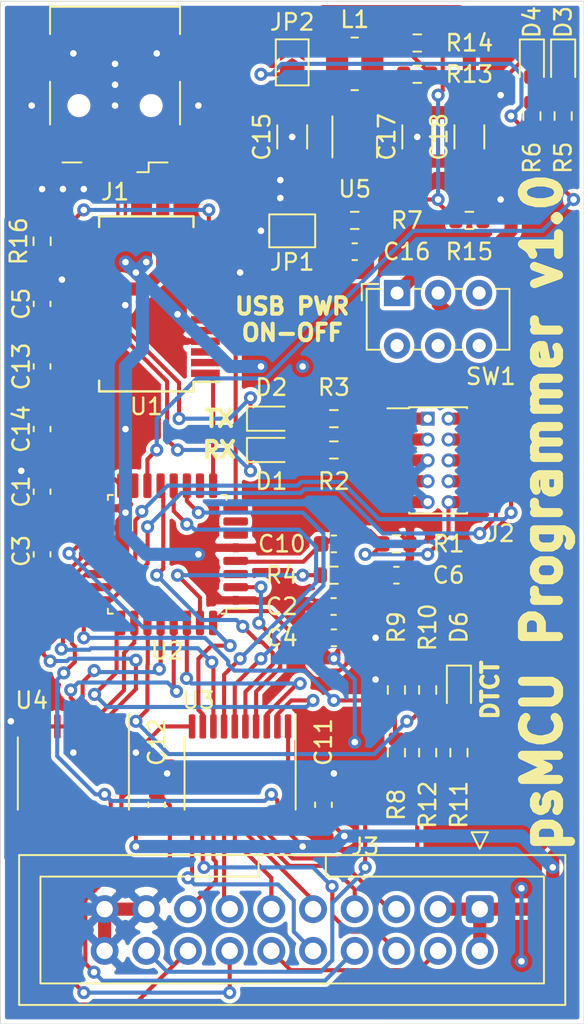
<source format=kicad_pcb>
(kicad_pcb (version 20171130) (host pcbnew "(5.1.9)-1")
  (title_block (title Programmer) (date 2021-05-15) (rev v1.0) (company "Philipp Schilk"))
  (layers (0 F.Cu signal) (31 B.Cu signal) (34 B.Paste user) (35 F.Paste user) (36 B.SilkS user) (37 F.SilkS user) (38 B.Mask user) (39 F.Mask user) (44 Edge.Cuts user))
  (net 0 "")
  (net 1 /LV_R_SER)
  (net 2 /R_SER)
  (net 3 GND)
  (net 4 +3V3)
  (net 5 /nRST)
  (net 6 +5V)
  (net 7 "Net-(D1-Pad2)")
  (net 8 "Net-(D1-Pad1)")
  (net 9 "Net-(D2-Pad2)")
  (net 10 "Net-(D2-Pad1)")
  (net 11 "Net-(D3-Pad2)")
  (net 12 "Net-(D4-Pad2)")
  (net 13 "Net-(D6-Pad2)")
  (net 14 /V_USB)
  (net 15 "Net-(J2-Pad8)")
  (net 16 "Net-(J2-Pad7)")
  (net 17 "Net-(J2-Pad6)")
  (net 18 /CLK)
  (net 19 /DIO)
  (net 20 /R_RCLK)
  (net 21 /R_SCLK)
  (net 22 /DO_RESET)
  (net 23 /W_RCLK)
  (net 24 /W_SCLK)
  (net 25 /W_SER)
  (net 26 /MEM_~OE)
  (net 27 /MEM_~PGM)
  (net 28 /MEM_~CE)
  (net 29 "Net-(R4-Pad1)")
  (net 30 /LED1)
  (net 31 /DTCT_Vtarget)
  (net 32 /LV_R_RCLK)
  (net 33 /LV_R_SCLK)
  (net 34 /~5V_OE)
  (net 35 /LV_DO_RESET)
  (net 36 /LV_MEM_~CE)
  (net 37 /LV_MEM_~OE)
  (net 38 /LV_MEM_~PGM)
  (net 39 /LV_W_SER)
  (net 40 /LV_W_RCLK)
  (net 41 /LV_W_SCLK)
  (net 42 /DATA_ROM\~PROG~)
  (net 43 /ADR_~PC~\PROG)
  (net 44 /UART_MCU_TX)
  (net 45 /UART_MCU_RX)
  (net 46 /LV_ADR_~PC~\PROG)
  (net 47 /LV_DATA_ROM\~PROG~)
  (net 48 /D+)
  (net 49 /D-)
  (net 50 /BKPT_RCLK)
  (net 51 /LV_BKPT_RCLK)
  (net 52 "Net-(C16-Pad1)")
  (net 53 "Net-(C17-Pad2)")
  (net 54 "Net-(JP1-Pad2)")
  (net 55 "Net-(L1-Pad2)")
  (net 56 "Net-(L1-Pad1)")
  (net 57 /LV_DTCT_Vtarget)
  (net 58 "Net-(R13-Pad2)")
  (net 59 "Net-(R14-Pad2)")
  (net 60 "Net-(R16-Pad2)")
  (module Capacitor_SMD:C_1206_3216Metric (layer F.Cu) (at 158.115 74.93 90)
    (fp_text reference C18 (at 0 -1.85 90) (layer F.SilkS))
    (fp_text value 10u)
    (pad 2 smd roundrect (at 1.475 0 90) (size 1.15 1.8) (layers F.Cu F.Paste F.Mask) (roundrect_rratio 0.217391) (net 53 "Net-(C17-Pad2)"))
    (pad 1 smd roundrect (at -1.475 0 90) (size 1.15 1.8) (layers F.Cu F.Paste F.Mask) (roundrect_rratio 0.217391) (net 3 GND))
  )
  (module Capacitor_SMD:C_1206_3216Metric (layer F.Cu) (at 154.94 74.93 90)
    (fp_text reference C17 (at 0 -1.85 90) (layer F.SilkS))
    (fp_text value 10u)
    (pad 2 smd roundrect (at 1.475 0 90) (size 1.15 1.8) (layers F.Cu F.Paste F.Mask) (roundrect_rratio 0.217391) (net 53 "Net-(C17-Pad2)"))
    (pad 1 smd roundrect (at -1.475 0 90) (size 1.15 1.8) (layers F.Cu F.Paste F.Mask) (roundrect_rratio 0.217391) (net 3 GND))
  )
  (module Capacitor_SMD:C_1206_3216Metric (layer F.Cu) (at 147.32 74.93 90)
    (fp_text reference C15 (at 0 -1.85 90) (layer F.SilkS))
    (fp_text value 10u)
    (pad 2 smd roundrect (at 1.475 0 90) (size 1.15 1.8) (layers F.Cu F.Paste F.Mask) (roundrect_rratio 0.217391) (net 14 /V_USB))
    (pad 1 smd roundrect (at -1.475 0 90) (size 1.15 1.8) (layers F.Cu F.Paste F.Mask) (roundrect_rratio 0.217391) (net 3 GND))
  )
  (module Resistor_SMD:R_0603_1608Metric (layer F.Cu) (at 153.67 99.695 180)
    (fp_text reference R1 (at -3.175 0) (layer F.SilkS))
    (fp_text value 10K)
    (pad 2 smd roundrect (at 0.825 0 180) (size 0.8 0.95) (layers F.Cu F.Paste F.Mask) (net 5 /nRST))
    (pad 1 smd roundrect (at -0.825 0 180) (size 0.8 0.95) (layers F.Cu F.Paste F.Mask) (net 4 +3V3))
  )
  (module Capacitor_SMD:C_0603_1608Metric (layer F.Cu) (at 149.86 99.695)
    (fp_text reference C10 (at -3.175 0 180) (layer F.SilkS))
    (fp_text value 0u1)
    (pad 2 smd roundrect (at 0.775 0) (size 0.9 0.95) (layers F.Cu F.Paste F.Mask) (net 3 GND))
    (pad 1 smd roundrect (at -0.775 0) (size 0.9 0.95) (layers F.Cu F.Paste F.Mask) (net 5 /nRST))
  )
  (module Package_QFP:LQFP-32_7x7mm_P0.8mm (layer F.Cu) (at 139.7 100.33 180)
    (fp_text reference U2 (at 0 -5.88) (layer F.SilkS))
    (fp_text value STM32F030K6Tx)
    (pad 32 smd roundrect (at -2.8 -4.175 180) (size 0.5 1.5) (layers F.Cu F.Paste F.Mask) (net 3 GND))
    (pad 31 smd roundrect (at -2 -4.175 180) (size 0.5 1.5) (layers F.Cu F.Paste F.Mask) (net 29 "Net-(R4-Pad1)"))
    (pad 30 smd roundrect (at -1.2 -4.175 180) (size 0.5 1.5) (layers F.Cu F.Paste F.Mask) (net 38 /LV_MEM_~PGM))
    (pad 29 smd roundrect (at -0.4 -4.175 180) (size 0.5 1.5) (layers F.Cu F.Paste F.Mask) (net 51 /LV_BKPT_RCLK))
    (pad 28 smd roundrect (at 0.4 -4.175 180) (size 0.5 1.5) (layers F.Cu F.Paste F.Mask) (net 32 /LV_R_RCLK))
    (pad 27 smd roundrect (at 1.2 -4.175 180) (size 0.5 1.5) (layers F.Cu F.Paste F.Mask) (net 1 /LV_R_SER))
    (pad 26 smd roundrect (at 2 -4.175 180) (size 0.5 1.5) (layers F.Cu F.Paste F.Mask) (net 33 /LV_R_SCLK))
    (pad 25 smd roundrect (at 2.8 -4.175 180) (size 0.5 1.5) (layers F.Cu F.Paste F.Mask) (net 36 /LV_MEM_~CE))
    (pad 24 smd roundrect (at 4.175 -2.8 180) (size 1.5 0.5) (layers F.Cu F.Paste F.Mask) (net 18 /CLK))
    (pad 23 smd roundrect (at 4.175 -2 180) (size 1.5 0.5) (layers F.Cu F.Paste F.Mask) (net 19 /DIO))
    (pad 22 smd roundrect (at 4.175 -1.2 180) (size 1.5 0.5) (layers F.Cu F.Paste F.Mask) (net 57 /LV_DTCT_Vtarget))
    (pad 21 smd roundrect (at 4.175 -0.4 180) (size 1.5 0.5) (layers F.Cu F.Paste F.Mask) (net 34 /~5V_OE))
    (pad 20 smd roundrect (at 4.175 0.4 180) (size 1.5 0.5) (layers F.Cu F.Paste F.Mask) (net 35 /LV_DO_RESET))
    (pad 19 smd roundrect (at 4.175 1.2 180) (size 1.5 0.5) (layers F.Cu F.Paste F.Mask) (net 47 /LV_DATA_ROM\~PROG~))
    (pad 18 smd roundrect (at 4.175 2 180) (size 1.5 0.5) (layers F.Cu F.Paste F.Mask) (net 46 /LV_ADR_~PC~\PROG))
    (pad 17 smd roundrect (at 4.175 2.8 180) (size 1.5 0.5) (layers F.Cu F.Paste F.Mask) (net 4 +3V3))
    (pad 16 smd roundrect (at 2.8 4.175 180) (size 0.5 1.5) (layers F.Cu F.Paste F.Mask) (net 3 GND))
    (pad 15 smd roundrect (at 2 4.175 180) (size 0.5 1.5) (layers F.Cu F.Paste F.Mask))
    (pad 14 smd roundrect (at 1.2 4.175 180) (size 0.5 1.5) (layers F.Cu F.Paste F.Mask) (net 30 /LED1))
    (pad 13 smd roundrect (at 0.4 4.175 180) (size 0.5 1.5) (layers F.Cu F.Paste F.Mask) (net 39 /LV_W_SER))
    (pad 12 smd roundrect (at -0.4 4.175 180) (size 0.5 1.5) (layers F.Cu F.Paste F.Mask) (net 40 /LV_W_RCLK))
    (pad 11 smd roundrect (at -1.2 4.175 180) (size 0.5 1.5) (layers F.Cu F.Paste F.Mask) (net 41 /LV_W_SCLK))
    (pad 10 smd roundrect (at -2 4.175 180) (size 0.5 1.5) (layers F.Cu F.Paste F.Mask))
    (pad 9 smd roundrect (at -2.8 4.175 180) (size 0.5 1.5) (layers F.Cu F.Paste F.Mask) (net 45 /UART_MCU_RX))
    (pad 8 smd roundrect (at -4.175 2.8 180) (size 1.5 0.5) (layers F.Cu F.Paste F.Mask) (net 44 /UART_MCU_TX))
    (pad 7 smd roundrect (at -4.175 2 180) (size 1.5 0.5) (layers F.Cu F.Paste F.Mask))
    (pad 6 smd roundrect (at -4.175 1.2 180) (size 1.5 0.5) (layers F.Cu F.Paste F.Mask))
    (pad 5 smd roundrect (at -4.175 0.4 180) (size 1.5 0.5) (layers F.Cu F.Paste F.Mask) (net 4 +3V3))
    (pad 4 smd roundrect (at -4.175 -0.4 180) (size 1.5 0.5) (layers F.Cu F.Paste F.Mask) (net 5 /nRST))
    (pad 3 smd roundrect (at -4.175 -1.2 180) (size 1.5 0.5) (layers F.Cu F.Paste F.Mask))
    (pad 2 smd roundrect (at -4.175 -2 180) (size 1.5 0.5) (layers F.Cu F.Paste F.Mask) (net 37 /LV_MEM_~OE))
    (pad 1 smd roundrect (at -4.175 -2.8 180) (size 1.5 0.5) (layers F.Cu F.Paste F.Mask) (net 4 +3V3))
  )
  (module ARM_SWD_SMD_TH:ARM_SWD_SMD_TH (layer F.Cu) (at 156.21 94.615)
    (fp_text reference J2 (at 3.81 4.445) (layer F.SilkS))
    (fp_text value ARM_SWD)
    (pad 10 thru_hole circle (at 0.635 2.54) (size 0.85 0.85) (drill 0.5) (layers *.Cu *.Mask) (net 5 /nRST))
    (pad 9 thru_hole circle (at -0.635 2.54) (size 0.85 0.85) (drill 0.5) (layers *.Cu *.Mask) (net 3 GND))
    (pad 8 thru_hole circle (at 0.635 1.27) (size 0.85 0.85) (drill 0.5) (layers *.Cu *.Mask) (net 15 "Net-(J2-Pad8)"))
    (pad 7 thru_hole circle (at -0.635 1.27) (size 0.85 0.85) (drill 0.5) (layers *.Cu *.Mask) (net 16 "Net-(J2-Pad7)"))
    (pad 6 thru_hole circle (at 0.635 0) (size 0.85 0.85) (drill 0.5) (layers *.Cu *.Mask) (net 17 "Net-(J2-Pad6)"))
    (pad 5 thru_hole circle (at -0.635 0) (size 0.85 0.85) (drill 0.5) (layers *.Cu *.Mask) (net 3 GND))
    (pad 4 thru_hole circle (at 0.635 -1.27) (size 0.85 0.85) (drill 0.5) (layers *.Cu *.Mask) (net 18 /CLK))
    (pad 3 thru_hole circle (at -0.635 -1.27) (size 0.85 0.85) (drill 0.5) (layers *.Cu *.Mask) (net 3 GND))
    (pad 2 thru_hole circle (at 0.635 -2.54) (size 0.85 0.85) (drill 0.5) (layers *.Cu *.Mask) (net 19 /DIO))
    (pad 1 thru_hole rect (at -0.635 -2.54) (size 0.85 0.85) (drill 0.5) (layers *.Cu *.Mask) (net 4 +3V3))
    (pad 1 smd rect (at -2.05 -2.54) (size 2.3 0.74) (layers F.Cu F.Paste F.Mask) (net 4 +3V3))
    (pad 2 smd rect (at 2.05 -2.54) (size 2.3 0.74) (layers F.Cu F.Paste F.Mask) (net 19 /DIO))
    (pad 3 smd rect (at -2.05 -1.27) (size 2.3 0.74) (layers F.Cu F.Paste F.Mask) (net 3 GND))
    (pad 4 smd rect (at 2.05 -1.27) (size 2.3 0.74) (layers F.Cu F.Paste F.Mask) (net 18 /CLK))
    (pad 5 smd rect (at -2.05 0) (size 2.3 0.74) (layers F.Cu F.Paste F.Mask) (net 3 GND))
    (pad 6 smd rect (at 2.05 0) (size 2.3 0.74) (layers F.Cu F.Paste F.Mask) (net 17 "Net-(J2-Pad6)"))
    (pad 7 smd rect (at -2.05 1.27) (size 2.3 0.74) (layers F.Cu F.Paste F.Mask) (net 16 "Net-(J2-Pad7)"))
    (pad 8 smd rect (at 2.05 1.27) (size 2.3 0.74) (layers F.Cu F.Paste F.Mask) (net 15 "Net-(J2-Pad8)"))
    (pad 9 smd rect (at -2.05 2.54) (size 2.3 0.74) (layers F.Cu F.Paste F.Mask) (net 3 GND))
    (pad 10 smd rect (at 2.05 2.54) (size 2.3 0.74) (layers F.Cu F.Paste F.Mask) (net 5 /nRST))
  )
  (module Capacitor_SMD:C_0603_1608Metric (layer F.Cu) (at 153.67 101.6 180)
    (fp_text reference C6 (at -3.175 0) (layer F.SilkS))
    (fp_text value 0u1)
    (pad 2 smd roundrect (at 0.775 0 180) (size 0.9 0.95) (layers F.Cu F.Paste F.Mask) (net 3 GND))
    (pad 1 smd roundrect (at -0.775 0 180) (size 0.9 0.95) (layers F.Cu F.Paste F.Mask) (net 4 +3V3))
  )
  (module Capacitor_SMD:C_0603_1608Metric (layer F.Cu) (at 149.86 105.41)
    (fp_text reference C4 (at -3.175 0) (layer F.SilkS))
    (fp_text value 4u7)
    (pad 2 smd roundrect (at 0.775 0) (size 0.9 0.95) (layers F.Cu F.Paste F.Mask) (net 3 GND))
    (pad 1 smd roundrect (at -0.775 0) (size 0.9 0.95) (layers F.Cu F.Paste F.Mask) (net 4 +3V3))
  )
  (module Capacitor_SMD:C_0603_1608Metric (layer F.Cu) (at 132.08 100.33 270)
    (fp_text reference C3 (at -0.2 1.27 90) (layer F.SilkS))
    (fp_text value 0u1)
    (pad 2 smd roundrect (at 0.775 0 270) (size 0.9 0.95) (layers F.Cu F.Paste F.Mask) (net 3 GND))
    (pad 1 smd roundrect (at -0.775 0 270) (size 0.9 0.95) (layers F.Cu F.Paste F.Mask) (net 4 +3V3))
  )
  (module Capacitor_SMD:C_0603_1608Metric (layer F.Cu) (at 149.84 103.505)
    (fp_text reference C2 (at -3.155 0) (layer F.SilkS))
    (fp_text value 1u)
    (pad 2 smd roundrect (at 0.775 0) (size 0.9 0.95) (layers F.Cu F.Paste F.Mask) (net 3 GND))
    (pad 1 smd roundrect (at -0.775 0) (size 0.9 0.95) (layers F.Cu F.Paste F.Mask) (net 4 +3V3))
  )
  (module Capacitor_SMD:C_0603_1608Metric (layer F.Cu) (at 132.08 96.52 90)
    (fp_text reference C1 (at 0 -1.27 90) (layer F.SilkS))
    (fp_text value 10n)
    (pad 2 smd roundrect (at 0.775 0 90) (size 0.9 0.95) (layers F.Cu F.Paste F.Mask) (net 3 GND))
    (pad 1 smd roundrect (at -0.775 0 90) (size 0.9 0.95) (layers F.Cu F.Paste F.Mask) (net 4 +3V3))
  )
  (module Package_SON:WSON-10-1EP_2.5x2.5mm_P0.5mm_EP1.2x2mm (layer F.Cu) (at 151.13 74.93 270)
    (fp_text reference U5 (at 3.175 0) (layer F.SilkS))
    (fp_text value TPS63030DSK)
    (pad 11 smd rect (at 0 0 270) (size 1.2 2) (layers F.Cu F.Mask) (net 3 GND))
    (pad 10 smd roundrect (at 1.2125 -1 270) (size 0.825 0.25) (layers F.Cu F.Paste F.Mask) (net 59 "Net-(R14-Pad2)"))
    (pad 9 smd roundrect (at 1.2125 -0.5 270) (size 0.825 0.25) (layers F.Cu F.Paste F.Mask) (net 3 GND))
    (pad 8 smd roundrect (at 1.2125 0 270) (size 0.825 0.25) (layers F.Cu F.Paste F.Mask) (net 52 "Net-(C16-Pad1)"))
    (pad 7 smd roundrect (at 1.2125 0.5 270) (size 0.825 0.25) (layers F.Cu F.Paste F.Mask) (net 52 "Net-(C16-Pad1)"))
    (pad 6 smd roundrect (at 1.2125 1 270) (size 0.825 0.25) (layers F.Cu F.Paste F.Mask) (net 54 "Net-(JP1-Pad2)"))
    (pad 5 smd roundrect (at -1.2125 1 270) (size 0.825 0.25) (layers F.Cu F.Paste F.Mask) (net 14 /V_USB))
    (pad 4 smd roundrect (at -1.2125 0.5 270) (size 0.825 0.25) (layers F.Cu F.Paste F.Mask) (net 56 "Net-(L1-Pad1)"))
    (pad 3 smd roundrect (at -1.2125 0 270) (size 0.825 0.25) (layers F.Cu F.Paste F.Mask) (net 3 GND))
    (pad 2 smd roundrect (at -1.2125 -0.5 270) (size 0.825 0.25) (layers F.Cu F.Paste F.Mask) (net 55 "Net-(L1-Pad2)"))
    (pad 1 smd roundrect (at -1.2125 -1 270) (size 0.825 0.25) (layers F.Cu F.Paste F.Mask) (net 53 "Net-(C17-Pad2)"))
  )
  (module Button_Switch_THT:SW_E-Switch_EG1271_DPDT (layer F.Cu) (at 153.71 84.43)
    (fp_text reference SW1 (at 5.715 5.08) (layer F.SilkS))
    (fp_text value "POWER VIA USB")
    (pad 6 thru_hole circle (at 5 3.2) (size 1.6 1.6) (drill 0.8) (layers *.Cu *.Mask))
    (pad 5 thru_hole circle (at 2.5 3.2) (size 1.6 1.6) (drill 0.8) (layers *.Cu *.Mask))
    (pad 4 thru_hole circle (at 0 3.2) (size 1.6 1.6) (drill 0.8) (layers *.Cu *.Mask))
    (pad 3 thru_hole circle (at 5 0) (size 1.6 1.6) (drill 0.8) (layers *.Cu *.Mask))
    (pad 2 thru_hole circle (at 2.5 0) (size 1.6 1.6) (drill 0.8) (layers *.Cu *.Mask) (net 6 +5V))
    (pad 1 thru_hole rect (at 0 0) (size 1.6 1.6) (drill 0.8) (layers *.Cu *.Mask) (net 53 "Net-(C17-Pad2)"))
  )
  (module Resistor_SMD:R_0603_1608Metric (layer F.Cu) (at 132.08 81.28 90)
    (fp_text reference R16 (at 0 -1.43 90) (layer F.SilkS))
    (fp_text value 10K)
    (pad 2 smd roundrect (at 0.825 0 90) (size 0.8 0.95) (layers F.Cu F.Paste F.Mask) (net 60 "Net-(R16-Pad2)"))
    (pad 1 smd roundrect (at -0.825 0 90) (size 0.8 0.95) (layers F.Cu F.Paste F.Mask) (net 4 +3V3))
  )
  (module Resistor_SMD:R_0603_1608Metric (layer F.Cu) (at 158.115 80.01)
    (fp_text reference R15 (at 0 1.905) (layer F.SilkS))
    (fp_text value 10k)
    (pad 2 smd roundrect (at 0.825 0) (size 0.8 0.95) (layers F.Cu F.Paste F.Mask) (net 3 GND))
    (pad 1 smd roundrect (at -0.825 0) (size 0.8 0.95) (layers F.Cu F.Paste F.Mask) (net 59 "Net-(R14-Pad2)"))
  )
  (module Resistor_SMD:R_0603_1608Metric (layer F.Cu) (at 154.94 69.215)
    (fp_text reference R14 (at 3.175 0) (layer F.SilkS))
    (fp_text value 82k)
    (pad 2 smd roundrect (at 0.825 0) (size 0.8 0.95) (layers F.Cu F.Paste F.Mask) (net 59 "Net-(R14-Pad2)"))
    (pad 1 smd roundrect (at -0.825 0) (size 0.8 0.95) (layers F.Cu F.Paste F.Mask) (net 58 "Net-(R13-Pad2)"))
  )
  (module Resistor_SMD:R_0603_1608Metric (layer F.Cu) (at 154.94 71.12)
    (fp_text reference R13 (at 3.175 0) (layer F.SilkS))
    (fp_text value 8k2)
    (pad 2 smd roundrect (at 0.825 0) (size 0.8 0.95) (layers F.Cu F.Paste F.Mask) (net 58 "Net-(R13-Pad2)"))
    (pad 1 smd roundrect (at -0.825 0) (size 0.8 0.95) (layers F.Cu F.Paste F.Mask) (net 53 "Net-(C17-Pad2)"))
  )
  (module Resistor_SMD:R_0603_1608Metric (layer F.Cu) (at 151.13 80.01 180)
    (fp_text reference R7 (at -3.175 0) (layer F.SilkS))
    (fp_text value 10K)
    (pad 2 smd roundrect (at 0.825 0 180) (size 0.8 0.95) (layers F.Cu F.Paste F.Mask) (net 54 "Net-(JP1-Pad2)"))
    (pad 1 smd roundrect (at -0.825 0 180) (size 0.8 0.95) (layers F.Cu F.Paste F.Mask) (net 52 "Net-(C16-Pad1)"))
  )
  (module Inductor_SMD:L_Wuerth_MAPI-3020 (layer F.Cu) (at 151.13 70.485)
    (fp_text reference L1 (at 0 -2.7) (layer F.SilkS))
    (fp_text value 1.5uH)
    (pad 2 smd rect (at 1.075 0) (size 1.35 3.4) (layers F.Cu F.Paste F.Mask) (net 55 "Net-(L1-Pad2)"))
    (pad 1 smd rect (at -1.075 0) (size 1.35 3.4) (layers F.Cu F.Paste F.Mask) (net 56 "Net-(L1-Pad1)"))
  )
  (module Jumper:SolderJumper-2_P1.3mm_Open_TrianglePad1.0x1.5mm (layer F.Cu) (at 147.32 70.395 90)
    (fp_text reference JP2 (at 2.45 0) (layer F.SilkS))
    (fp_text value BYPASS)
    (pad 1 smd custom (at -0.725 0 90) (size 0.3 0.3) (layers F.Cu F.Mask) (net 14 /V_USB) (options (clearance outline) (anchor rect)) (primitives (gr_poly (pts (xy -0.5 -0.75) (xy 0.5 -0.75) (xy 1 0) (xy 0.5 0.75) (xy -0.5 0.75)) (width 0))))
    (pad 2 smd custom (at 0.725 0 90) (size 0.3 0.3) (layers F.Cu F.Mask) (net 53 "Net-(C17-Pad2)") (options (clearance outline) (anchor rect)) (primitives (gr_poly (pts (xy -0.65 -0.75) (xy 0.5 -0.75) (xy 0.5 0.75) (xy -0.65 0.75) (xy -0.15 0)) (width 0))))
  )
  (module Jumper:SolderJumper-2_P1.3mm_Open_TrianglePad1.0x1.5mm (layer F.Cu) (at 147.32 80.645)
    (fp_text reference JP1 (at 0 1.905) (layer F.SilkS))
    (fp_text value DISABLE)
    (pad 1 smd custom (at -0.725 0) (size 0.3 0.3) (layers F.Cu F.Mask) (net 3 GND) (options (clearance outline) (anchor rect)) (primitives (gr_poly (pts (xy -0.5 -0.75) (xy 0.5 -0.75) (xy 1 0) (xy 0.5 0.75) (xy -0.5 0.75)) (width 0))))
    (pad 2 smd custom (at 0.725 0) (size 0.3 0.3) (layers F.Cu F.Mask) (net 54 "Net-(JP1-Pad2)") (options (clearance outline) (anchor rect)) (primitives (gr_poly (pts (xy -0.65 -0.75) (xy 0.5 -0.75) (xy 0.5 0.75) (xy -0.65 0.75) (xy -0.15 0)) (width 0))))
  )
  (module Capacitor_SMD:C_0603_1608Metric (layer F.Cu) (at 151.13 81.915)
    (fp_text reference C16 (at 3.175 0) (layer F.SilkS))
    (fp_text value 0u1)
    (pad 2 smd roundrect (at 0.775 0) (size 0.9 0.95) (layers F.Cu F.Paste F.Mask) (net 3 GND))
    (pad 1 smd roundrect (at -0.775 0) (size 0.9 0.95) (layers F.Cu F.Paste F.Mask) (net 52 "Net-(C16-Pad1)"))
  )
  (module Connector_IDC:IDC-Header_2x10_P2.54mm_Vertical (layer F.Cu) (at 158.75 121.92 270)
    (fp_text reference J3 (at -3.81 6.985 180) (layer F.SilkS))
    (fp_text value Prog)
    (pad 20 thru_hole circle (at 2.54 22.86 270) (size 1.7 1.7) (drill 1) (layers *.Cu *.Mask) (net 3 GND))
    (pad 18 thru_hole circle (at 2.54 20.32 270) (size 1.7 1.7) (drill 1) (layers *.Cu *.Mask) (net 31 /DTCT_Vtarget))
    (pad 16 thru_hole circle (at 2.54 17.78 270) (size 1.7 1.7) (drill 1) (layers *.Cu *.Mask) (net 20 /R_RCLK))
    (pad 14 thru_hole circle (at 2.54 15.24 270) (size 1.7 1.7) (drill 1) (layers *.Cu *.Mask) (net 21 /R_SCLK))
    (pad 12 thru_hole circle (at 2.54 12.7 270) (size 1.7 1.7) (drill 1) (layers *.Cu *.Mask) (net 2 /R_SER))
    (pad 10 thru_hole circle (at 2.54 10.16 270) (size 1.7 1.7) (drill 1) (layers *.Cu *.Mask) (net 42 /DATA_ROM\~PROG~))
    (pad 8 thru_hole circle (at 2.54 7.62 270) (size 1.7 1.7) (drill 1) (layers *.Cu *.Mask) (net 43 /ADR_~PC~\PROG))
    (pad 6 thru_hole circle (at 2.54 5.08 270) (size 1.7 1.7) (drill 1) (layers *.Cu *.Mask) (net 22 /DO_RESET))
    (pad 4 thru_hole circle (at 2.54 2.54 270) (size 1.7 1.7) (drill 1) (layers *.Cu *.Mask) (net 50 /BKPT_RCLK))
    (pad 2 thru_hole circle (at 2.54 0 270) (size 1.7 1.7) (drill 1) (layers *.Cu *.Mask) (net 6 +5V))
    (pad 19 thru_hole circle (at 0 22.86 270) (size 1.7 1.7) (drill 1) (layers *.Cu *.Mask) (net 3 GND))
    (pad 17 thru_hole circle (at 0 20.32 270) (size 1.7 1.7) (drill 1) (layers *.Cu *.Mask) (net 3 GND))
    (pad 15 thru_hole circle (at 0 17.78 270) (size 1.7 1.7) (drill 1) (layers *.Cu *.Mask) (net 23 /W_RCLK))
    (pad 13 thru_hole circle (at 0 15.24 270) (size 1.7 1.7) (drill 1) (layers *.Cu *.Mask) (net 24 /W_SCLK))
    (pad 11 thru_hole circle (at 0 12.7 270) (size 1.7 1.7) (drill 1) (layers *.Cu *.Mask) (net 25 /W_SER))
    (pad 9 thru_hole circle (at 0 10.16 270) (size 1.7 1.7) (drill 1) (layers *.Cu *.Mask) (net 26 /MEM_~OE))
    (pad 7 thru_hole circle (at 0 7.62 270) (size 1.7 1.7) (drill 1) (layers *.Cu *.Mask) (net 27 /MEM_~PGM))
    (pad 5 thru_hole circle (at 0 5.08 270) (size 1.7 1.7) (drill 1) (layers *.Cu *.Mask) (net 28 /MEM_~CE))
    (pad 3 thru_hole circle (at 0 2.54 270) (size 1.7 1.7) (drill 1) (layers *.Cu *.Mask) (net 6 +5V))
    (pad 1 thru_hole roundrect (at 0 0 270) (size 1.7 1.7) (drill 1) (layers *.Cu *.Mask) (roundrect_rratio 0.1470588235294118) (net 6 +5V))
  )
  (module Capacitor_SMD:C_0603_1608Metric (layer F.Cu) (at 132.08 92.71 270)
    (fp_text reference C14 (at 0 1.27 90) (layer F.SilkS))
    (fp_text value 0u1)
    (pad 2 smd roundrect (at 0.775 0 270) (size 0.9 0.95) (layers F.Cu F.Paste F.Mask) (net 3 GND))
    (pad 1 smd roundrect (at -0.775 0 270) (size 0.9 0.95) (layers F.Cu F.Paste F.Mask) (net 14 /V_USB))
  )
  (module Capacitor_SMD:C_0603_1608Metric (layer F.Cu) (at 132.08 88.9 90)
    (fp_text reference C13 (at 0 -1.27 90) (layer F.SilkS))
    (fp_text value 0u1)
    (pad 2 smd roundrect (at 0.775 0 90) (size 0.9 0.95) (layers F.Cu F.Paste F.Mask) (net 3 GND))
    (pad 1 smd roundrect (at -0.775 0 90) (size 0.9 0.95) (layers F.Cu F.Paste F.Mask) (net 14 /V_USB))
  )
  (module Package_SO:TSSOP-20_4.4x6.5mm_P0.65mm (layer F.Cu) (at 133.985 113.665 270)
    (fp_text reference U4 (at -4.445 2.54 180) (layer F.SilkS))
    (fp_text value 74HCT245PWR)
    (pad 1 smd roundrect (at -2.8625 -2.925 270) (size 1.475 0.4) (layers F.Cu F.Paste F.Mask) (net 6 +5V))
    (pad 2 smd roundrect (at -2.8625 -2.275 270) (size 1.475 0.4) (layers F.Cu F.Paste F.Mask) (net 46 /LV_ADR_~PC~\PROG))
    (pad 3 smd roundrect (at -2.8625 -1.625 270) (size 1.475 0.4) (layers F.Cu F.Paste F.Mask) (net 33 /LV_R_SCLK))
    (pad 4 smd roundrect (at -2.8625 -0.975 270) (size 1.475 0.4) (layers F.Cu F.Paste F.Mask) (net 32 /LV_R_RCLK))
    (pad 5 smd roundrect (at -2.8625 -0.325 270) (size 1.475 0.4) (layers F.Cu F.Paste F.Mask) (net 51 /LV_BKPT_RCLK))
    (pad 6 smd roundrect (at -2.8625 0.325 270) (size 1.475 0.4) (layers F.Cu F.Paste F.Mask) (net 3 GND))
    (pad 7 smd roundrect (at -2.8625 0.975 270) (size 1.475 0.4) (layers F.Cu F.Paste F.Mask) (net 3 GND))
    (pad 8 smd roundrect (at -2.8625 1.625 270) (size 1.475 0.4) (layers F.Cu F.Paste F.Mask) (net 3 GND))
    (pad 9 smd roundrect (at -2.8625 2.275 270) (size 1.475 0.4) (layers F.Cu F.Paste F.Mask) (net 3 GND))
    (pad 10 smd roundrect (at -2.8625 2.925 270) (size 1.475 0.4) (layers F.Cu F.Paste F.Mask) (net 3 GND))
    (pad 11 smd roundrect (at 2.8625 2.925 270) (size 1.475 0.4) (layers F.Cu F.Paste F.Mask))
    (pad 12 smd roundrect (at 2.8625 2.275 270) (size 1.475 0.4) (layers F.Cu F.Paste F.Mask))
    (pad 13 smd roundrect (at 2.8625 1.625 270) (size 1.475 0.4) (layers F.Cu F.Paste F.Mask))
    (pad 14 smd roundrect (at 2.8625 0.975 270) (size 1.475 0.4) (layers F.Cu F.Paste F.Mask))
    (pad 15 smd roundrect (at 2.8625 0.325 270) (size 1.475 0.4) (layers F.Cu F.Paste F.Mask) (net 50 /BKPT_RCLK))
    (pad 16 smd roundrect (at 2.8625 -0.325 270) (size 1.475 0.4) (layers F.Cu F.Paste F.Mask) (net 20 /R_RCLK))
    (pad 17 smd roundrect (at 2.8625 -0.975 270) (size 1.475 0.4) (layers F.Cu F.Paste F.Mask) (net 21 /R_SCLK))
    (pad 18 smd roundrect (at 2.8625 -1.625 270) (size 1.475 0.4) (layers F.Cu F.Paste F.Mask) (net 43 /ADR_~PC~\PROG))
    (pad 19 smd roundrect (at 2.8625 -2.275 270) (size 1.475 0.4) (layers F.Cu F.Paste F.Mask) (net 34 /~5V_OE))
    (pad 20 smd roundrect (at 2.8625 -2.925 270) (size 1.475 0.4) (layers F.Cu F.Paste F.Mask) (net 6 +5V))
  )
  (module Package_SO:TSSOP-20_4.4x6.5mm_P0.65mm (layer F.Cu) (at 144.145 113.665 270)
    (fp_text reference U3 (at -4.445 2.54 180) (layer F.SilkS))
    (fp_text value 74HCT245PWR)
    (pad 20 smd roundrect (at 2.8625 -2.925 270) (size 1.475 0.4) (layers F.Cu F.Paste F.Mask) (net 6 +5V))
    (pad 19 smd roundrect (at 2.8625 -2.275 270) (size 1.475 0.4) (layers F.Cu F.Paste F.Mask) (net 34 /~5V_OE))
    (pad 18 smd roundrect (at 2.8625 -1.625 270) (size 1.475 0.4) (layers F.Cu F.Paste F.Mask) (net 28 /MEM_~CE))
    (pad 17 smd roundrect (at 2.8625 -0.975 270) (size 1.475 0.4) (layers F.Cu F.Paste F.Mask) (net 27 /MEM_~PGM))
    (pad 16 smd roundrect (at 2.8625 -0.325 270) (size 1.475 0.4) (layers F.Cu F.Paste F.Mask) (net 26 /MEM_~OE))
    (pad 15 smd roundrect (at 2.8625 0.325 270) (size 1.475 0.4) (layers F.Cu F.Paste F.Mask) (net 25 /W_SER))
    (pad 14 smd roundrect (at 2.8625 0.975 270) (size 1.475 0.4) (layers F.Cu F.Paste F.Mask) (net 24 /W_SCLK))
    (pad 13 smd roundrect (at 2.8625 1.625 270) (size 1.475 0.4) (layers F.Cu F.Paste F.Mask) (net 23 /W_RCLK))
    (pad 12 smd roundrect (at 2.8625 2.275 270) (size 1.475 0.4) (layers F.Cu F.Paste F.Mask) (net 22 /DO_RESET))
    (pad 11 smd roundrect (at 2.8625 2.925 270) (size 1.475 0.4) (layers F.Cu F.Paste F.Mask) (net 42 /DATA_ROM\~PROG~))
    (pad 10 smd roundrect (at -2.8625 2.925 270) (size 1.475 0.4) (layers F.Cu F.Paste F.Mask) (net 3 GND))
    (pad 9 smd roundrect (at -2.8625 2.275 270) (size 1.475 0.4) (layers F.Cu F.Paste F.Mask) (net 47 /LV_DATA_ROM\~PROG~))
    (pad 8 smd roundrect (at -2.8625 1.625 270) (size 1.475 0.4) (layers F.Cu F.Paste F.Mask) (net 35 /LV_DO_RESET))
    (pad 7 smd roundrect (at -2.8625 0.975 270) (size 1.475 0.4) (layers F.Cu F.Paste F.Mask) (net 40 /LV_W_RCLK))
    (pad 6 smd roundrect (at -2.8625 0.325 270) (size 1.475 0.4) (layers F.Cu F.Paste F.Mask) (net 41 /LV_W_SCLK))
    (pad 5 smd roundrect (at -2.8625 -0.325 270) (size 1.475 0.4) (layers F.Cu F.Paste F.Mask) (net 39 /LV_W_SER))
    (pad 4 smd roundrect (at -2.8625 -0.975 270) (size 1.475 0.4) (layers F.Cu F.Paste F.Mask) (net 37 /LV_MEM_~OE))
    (pad 3 smd roundrect (at -2.8625 -1.625 270) (size 1.475 0.4) (layers F.Cu F.Paste F.Mask) (net 38 /LV_MEM_~PGM))
    (pad 2 smd roundrect (at -2.8625 -2.275 270) (size 1.475 0.4) (layers F.Cu F.Paste F.Mask) (net 36 /LV_MEM_~CE))
    (pad 1 smd roundrect (at -2.8625 -2.925 270) (size 1.475 0.4) (layers F.Cu F.Paste F.Mask) (net 6 +5V))
  )
  (module Package_SO:SSOP-28_5.3x10.2mm_P0.65mm (layer F.Cu) (at 138.43 85.09 180)
    (fp_text reference U1 (at 0 -6.25) (layer F.SilkS))
    (fp_text value FT232RL)
    (pad 1 smd rect (at -3.6 -4.225 180) (size 1.75 0.45) (layers F.Cu F.Paste F.Mask) (net 45 /UART_MCU_RX))
    (pad 2 smd rect (at -3.6 -3.575 180) (size 1.75 0.45) (layers F.Cu F.Paste F.Mask))
    (pad 3 smd rect (at -3.6 -2.925 180) (size 1.75 0.45) (layers F.Cu F.Paste F.Mask))
    (pad 4 smd rect (at -3.6 -2.275 180) (size 1.75 0.45) (layers F.Cu F.Paste F.Mask) (net 4 +3V3))
    (pad 5 smd rect (at -3.6 -1.625 180) (size 1.75 0.45) (layers F.Cu F.Paste F.Mask) (net 44 /UART_MCU_TX))
    (pad 6 smd rect (at -3.6 -0.975 180) (size 1.75 0.45) (layers F.Cu F.Paste F.Mask))
    (pad 7 smd rect (at -3.6 -0.325 180) (size 1.75 0.45) (layers F.Cu F.Paste F.Mask) (net 3 GND))
    (pad 8 smd rect (at -3.6 0.325 180) (size 1.75 0.45) (layers F.Cu F.Paste F.Mask))
    (pad 9 smd rect (at -3.6 0.975 180) (size 1.75 0.45) (layers F.Cu F.Paste F.Mask))
    (pad 10 smd rect (at -3.6 1.625 180) (size 1.75 0.45) (layers F.Cu F.Paste F.Mask))
    (pad 11 smd rect (at -3.6 2.275 180) (size 1.75 0.45) (layers F.Cu F.Paste F.Mask))
    (pad 12 smd rect (at -3.6 2.925 180) (size 1.75 0.45) (layers F.Cu F.Paste F.Mask))
    (pad 13 smd rect (at -3.6 3.575 180) (size 1.75 0.45) (layers F.Cu F.Paste F.Mask))
    (pad 14 smd rect (at -3.6 4.225 180) (size 1.75 0.45) (layers F.Cu F.Paste F.Mask) (net 60 "Net-(R16-Pad2)"))
    (pad 15 smd rect (at 3.6 4.225 180) (size 1.75 0.45) (layers F.Cu F.Paste F.Mask) (net 48 /D+))
    (pad 16 smd rect (at 3.6 3.575 180) (size 1.75 0.45) (layers F.Cu F.Paste F.Mask) (net 49 /D-))
    (pad 17 smd rect (at 3.6 2.925 180) (size 1.75 0.45) (layers F.Cu F.Paste F.Mask) (net 4 +3V3))
    (pad 18 smd rect (at 3.6 2.275 180) (size 1.75 0.45) (layers F.Cu F.Paste F.Mask) (net 3 GND))
    (pad 19 smd rect (at 3.6 1.625 180) (size 1.75 0.45) (layers F.Cu F.Paste F.Mask))
    (pad 20 smd rect (at 3.6 0.975 180) (size 1.75 0.45) (layers F.Cu F.Paste F.Mask) (net 14 /V_USB))
    (pad 21 smd rect (at 3.6 0.325 180) (size 1.75 0.45) (layers F.Cu F.Paste F.Mask) (net 3 GND))
    (pad 22 smd rect (at 3.6 -0.325 180) (size 1.75 0.45) (layers F.Cu F.Paste F.Mask) (net 10 "Net-(D2-Pad1)"))
    (pad 23 smd rect (at 3.6 -0.975 180) (size 1.75 0.45) (layers F.Cu F.Paste F.Mask) (net 8 "Net-(D1-Pad1)"))
    (pad 24 smd rect (at 3.6 -1.625 180) (size 1.75 0.45) (layers F.Cu F.Paste F.Mask))
    (pad 25 smd rect (at 3.6 -2.275 180) (size 1.75 0.45) (layers F.Cu F.Paste F.Mask) (net 3 GND))
    (pad 26 smd rect (at 3.6 -2.925 180) (size 1.75 0.45) (layers F.Cu F.Paste F.Mask) (net 3 GND))
    (pad 27 smd rect (at 3.6 -3.575 180) (size 1.75 0.45) (layers F.Cu F.Paste F.Mask))
    (pad 28 smd rect (at 3.6 -4.225 180) (size 1.75 0.45) (layers F.Cu F.Paste F.Mask))
  )
  (module Resistor_SMD:R_0603_1608Metric (layer F.Cu) (at 157.48 112.395 90)
    (fp_text reference R11 (at -3.175 0 90) (layer F.SilkS))
    (fp_text value rled)
    (pad 2 smd roundrect (at 0.825 0 90) (size 0.8 0.95) (layers F.Cu F.Paste F.Mask) (net 13 "Net-(D6-Pad2)"))
    (pad 1 smd roundrect (at -0.825 0 90) (size 0.8 0.95) (layers F.Cu F.Paste F.Mask) (net 31 /DTCT_Vtarget))
  )
  (module Resistor_SMD:R_0603_1608Metric (layer F.Cu) (at 155.575 108.585 90)
    (fp_text reference R10 (at 3.81 0 90) (layer F.SilkS))
    (fp_text value 15K)
    (pad 2 smd roundrect (at 0.825 0 90) (size 0.8 0.95) (layers F.Cu F.Paste F.Mask) (net 3 GND))
    (pad 1 smd roundrect (at -0.825 0 90) (size 0.8 0.95) (layers F.Cu F.Paste F.Mask) (net 1 /LV_R_SER))
  )
  (module Resistor_SMD:R_0603_1608Metric (layer F.Cu) (at 153.67 108.585 90)
    (fp_text reference R9 (at 3.81 0 90) (layer F.SilkS))
    (fp_text value 15K)
    (pad 2 smd roundrect (at 0.825 0 90) (size 0.8 0.95) (layers F.Cu F.Paste F.Mask) (net 3 GND))
    (pad 1 smd roundrect (at -0.825 0 90) (size 0.8 0.95) (layers F.Cu F.Paste F.Mask) (net 57 /LV_DTCT_Vtarget))
  )
  (module Resistor_SMD:R_0603_1608Metric (layer F.Cu) (at 153.67 112.395 90)
    (fp_text reference R8 (at -3.175 0 90) (layer F.SilkS))
    (fp_text value 10K)
    (pad 2 smd roundrect (at 0.825 0 90) (size 0.8 0.95) (layers F.Cu F.Paste F.Mask) (net 57 /LV_DTCT_Vtarget))
    (pad 1 smd roundrect (at -0.825 0 90) (size 0.8 0.95) (layers F.Cu F.Paste F.Mask) (net 31 /DTCT_Vtarget))
  )
  (module Resistor_SMD:R_0603_1608Metric (layer F.Cu) (at 161.925 73.66 90)
    (fp_text reference R6 (at -2.54 0 90) (layer F.SilkS))
    (fp_text value rled)
    (pad 2 smd roundrect (at 0.825 0 90) (size 0.8 0.95) (layers F.Cu F.Paste F.Mask) (net 12 "Net-(D4-Pad2)"))
    (pad 1 smd roundrect (at -0.825 0 90) (size 0.8 0.95) (layers F.Cu F.Paste F.Mask) (net 14 /V_USB))
  )
  (module Resistor_SMD:R_0603_1608Metric (layer F.Cu) (at 163.83 73.66 90)
    (fp_text reference R5 (at -2.54 0 90) (layer F.SilkS))
    (fp_text value rled)
    (pad 2 smd roundrect (at 0.825 0 90) (size 0.8 0.95) (layers F.Cu F.Paste F.Mask) (net 11 "Net-(D3-Pad2)"))
    (pad 1 smd roundrect (at -0.825 0 90) (size 0.8 0.95) (layers F.Cu F.Paste F.Mask) (net 30 /LED1))
  )
  (module Resistor_SMD:R_0603_1608Metric (layer F.Cu) (at 149.86 101.6)
    (fp_text reference R4 (at -3.175 0) (layer F.SilkS))
    (fp_text value 10K)
    (pad 2 smd roundrect (at 0.825 0) (size 0.8 0.95) (layers F.Cu F.Paste F.Mask) (net 3 GND))
    (pad 1 smd roundrect (at -0.825 0) (size 0.8 0.95) (layers F.Cu F.Paste F.Mask) (net 29 "Net-(R4-Pad1)"))
  )
  (module Resistor_SMD:R_0603_1608Metric (layer F.Cu) (at 149.86 92.075 180)
    (fp_text reference R3 (at 0 1.905) (layer F.SilkS))
    (fp_text value rled)
    (pad 2 smd roundrect (at 0.825 0 180) (size 0.8 0.95) (layers F.Cu F.Paste F.Mask) (net 9 "Net-(D2-Pad2)"))
    (pad 1 smd roundrect (at -0.825 0 180) (size 0.8 0.95) (layers F.Cu F.Paste F.Mask) (net 4 +3V3))
  )
  (module Resistor_SMD:R_0603_1608Metric (layer F.Cu) (at 149.86 93.98 180)
    (fp_text reference R2 (at 0 -1.905) (layer F.SilkS))
    (fp_text value rled)
    (pad 2 smd roundrect (at 0.825 0 180) (size 0.8 0.95) (layers F.Cu F.Paste F.Mask) (net 7 "Net-(D1-Pad2)"))
    (pad 1 smd roundrect (at -0.825 0 180) (size 0.8 0.95) (layers F.Cu F.Paste F.Mask) (net 4 +3V3))
  )
  (module Connector_USB:USB_Mini-B_Wuerth_65100516121_Horizontal (layer F.Cu) (at 136.525 73.025 180)
    (fp_text reference J1 (at 0 -5.25) (layer F.SilkS))
    (fp_text value USB_B_Micro)
    (pad 6 smd rect (at -4.4 2.9 180) (size 2 2.5) (layers F.Cu F.Paste F.Mask) (net 3 GND))
    (pad 6 smd rect (at 4.4 2.9 180) (size 2 2.5) (layers F.Cu F.Paste F.Mask) (net 3 GND))
    (pad 6 smd rect (at -4.4 -2.6 180) (size 2 2.5) (layers F.Cu F.Paste F.Mask) (net 3 GND))
    (pad 6 smd rect (at 4.4 -2.6 180) (size 2 2.5) (layers F.Cu F.Paste F.Mask) (net 3 GND))
    (pad 1 smd rect (at -1.6 -2.6 180) (size 0.5 2.5) (layers F.Cu F.Paste F.Mask) (net 14 /V_USB))
    (pad 2 smd rect (at -0.8 -2.6 180) (size 0.5 2.5) (layers F.Cu F.Paste F.Mask) (net 49 /D-))
    (pad 3 smd rect (at 0 -2.6 180) (size 0.5 2.5) (layers F.Cu F.Paste F.Mask) (net 48 /D+))
    (pad 4 smd rect (at 0.8 -2.6 180) (size 0.5 2.5) (layers F.Cu F.Paste F.Mask) (net 3 GND))
    (pad 5 smd rect (at 1.6 -2.6 180) (size 0.5 2.5) (layers F.Cu F.Paste F.Mask) (net 3 GND))
    (pad "" np_thru_hole circle (at -2.2 0 180) (size 0.9 0.9) (drill 0.9) (layers *.Cu *.Mask))
    (pad "" np_thru_hole circle (at 2.2 0 180) (size 0.9 0.9) (drill 0.9) (layers *.Cu *.Mask))
  )
  (module LED_SMD:LED_0603_1608Metric (layer F.Cu) (at 157.48 108.585 270)
    (fp_text reference D6 (at -3.81 0 90) (layer F.SilkS))
    (fp_text value 5V)
    (pad 2 smd roundrect (at 0.7875 0 270) (size 0.875 0.95) (layers F.Cu F.Paste F.Mask) (net 13 "Net-(D6-Pad2)"))
    (pad 1 smd roundrect (at -0.7875 0 270) (size 0.875 0.95) (layers F.Cu F.Paste F.Mask) (net 3 GND))
  )
  (module LED_SMD:LED_0603_1608Metric (layer F.Cu) (at 161.925 70.485 270)
    (fp_text reference D4 (at -2.54 0 90) (layer F.SilkS))
    (fp_text value LED)
    (pad 2 smd roundrect (at 0.7875 0 270) (size 0.875 0.95) (layers F.Cu F.Paste F.Mask) (net 12 "Net-(D4-Pad2)"))
    (pad 1 smd roundrect (at -0.7875 0 270) (size 0.875 0.95) (layers F.Cu F.Paste F.Mask) (net 3 GND))
  )
  (module LED_SMD:LED_0603_1608Metric (layer F.Cu) (at 163.83 70.485 270)
    (fp_text reference D3 (at -2.54 0 90) (layer F.SilkS))
    (fp_text value LED)
    (pad 2 smd roundrect (at 0.7875 0 270) (size 0.875 0.95) (layers F.Cu F.Paste F.Mask) (net 11 "Net-(D3-Pad2)"))
    (pad 1 smd roundrect (at -0.7875 0 270) (size 0.875 0.95) (layers F.Cu F.Paste F.Mask) (net 3 GND))
  )
  (module LED_SMD:LED_0603_1608Metric (layer F.Cu) (at 146.05 92.075)
    (fp_text reference D2 (at 0 -1.905) (layer F.SilkS))
    (fp_text value TX)
    (pad 2 smd roundrect (at 0.7875 0) (size 0.875 0.95) (layers F.Cu F.Paste F.Mask) (net 9 "Net-(D2-Pad2)"))
    (pad 1 smd roundrect (at -0.7875 0) (size 0.875 0.95) (layers F.Cu F.Paste F.Mask) (net 10 "Net-(D2-Pad1)"))
  )
  (module LED_SMD:LED_0603_1608Metric (layer F.Cu) (at 146.05 93.98)
    (fp_text reference D1 (at 0 1.905) (layer F.SilkS))
    (fp_text value RX)
    (pad 2 smd roundrect (at 0.7875 0) (size 0.875 0.95) (layers F.Cu F.Paste F.Mask) (net 7 "Net-(D1-Pad2)"))
    (pad 1 smd roundrect (at -0.7875 0) (size 0.875 0.95) (layers F.Cu F.Paste F.Mask) (net 8 "Net-(D1-Pad1)"))
  )
  (module Capacitor_SMD:C_0603_1608Metric (layer F.Cu) (at 139.065 115.57 270)
    (fp_text reference C12 (at -3.81 0 90) (layer F.SilkS))
    (fp_text value 0u1)
    (pad 2 smd roundrect (at 0.775 0 270) (size 0.9 0.95) (layers F.Cu F.Paste F.Mask) (net 6 +5V))
    (pad 1 smd roundrect (at -0.775 0 270) (size 0.9 0.95) (layers F.Cu F.Paste F.Mask) (net 3 GND))
  )
  (module Capacitor_SMD:C_0603_1608Metric (layer F.Cu) (at 149.225 115.57 270)
    (fp_text reference C11 (at -3.81 0 90) (layer F.SilkS))
    (fp_text value 0u1)
    (pad 2 smd roundrect (at 0.775 0 270) (size 0.9 0.95) (layers F.Cu F.Paste F.Mask) (net 6 +5V))
    (pad 1 smd roundrect (at -0.775 0 270) (size 0.9 0.95) (layers F.Cu F.Paste F.Mask) (net 3 GND))
  )
  (module Capacitor_SMD:C_0603_1608Metric (layer F.Cu) (at 132.08 85.09 270)
    (fp_text reference C5 (at 0 1.27 90) (layer F.SilkS))
    (fp_text value 0u1)
    (pad 2 smd roundrect (at 0.775 0 270) (size 0.9 0.95) (layers F.Cu F.Paste F.Mask) (net 3 GND))
    (pad 1 smd roundrect (at -0.775 0 270) (size 0.9 0.95) (layers F.Cu F.Paste F.Mask) (net 4 +3V3))
  )
  (module Resistor_SMD:R_0603_1608Metric (layer F.Cu) (at 155.575 112.395 90)
    (fp_text reference R12 (at -3.175 0 90) (layer F.SilkS))
    (fp_text value 10K)
    (pad 2 smd roundrect (at 0.825 0 90) (size 0.8 0.95) (layers F.Cu F.Paste F.Mask) (net 1 /LV_R_SER))
    (pad 1 smd roundrect (at -0.825 0 90) (size 0.8 0.95) (layers F.Cu F.Paste F.Mask) (net 2 /R_SER))
  )
  (gr_line (start 165.1 128.905) (end 165.1 66.675) (layer Edge.Cuts) (width 0.05))
  (gr_line (start 129.54 66.675) (end 165.1 66.675) (layer Edge.Cuts) (width 0.05))
  (gr_line (start 129.54 108.585) (end 129.54 66.675) (layer Edge.Cuts) (width 0.05))
  (gr_text "psMCU Programmer v1.0" (at 162.56 97.79 90) (layer F.SilkS) (effects (font (size 2.2 2.2) (thickness 0.55))))
  (gr_text "USB PWR\nON-OFF" (at 147.32 86.0425) (layer F.SilkS) (effects (font (size 1 1) (thickness 0.25))))
  (gr_line (start 129.54 128.905) (end 165.1 128.905) (layer Edge.Cuts) (width 0.05))
  (gr_text RX (at 142.875 93.98) (layer F.SilkS) (effects (font (size 1 1) (thickness 0.25))))
  (gr_text TX (at 142.875 92.075) (layer F.SilkS) (effects (font (size 1 1) (thickness 0.25))))
  (gr_text DTCT (at 159.385 108.585 90) (layer F.SilkS) (effects (font (size 1 1) (thickness 0.25))))
  (gr_line (start 129.54 108.585) (end 129.54 128.905) (layer Edge.Cuts) (width 0.05))
  (segment (start 155.575 109.41) (end 155.575 111.57) (width 0.25) (layer F.Cu) (net 1))
  (via (at 154.305 110.49) (size 0.8) (drill 0.4) (layers F.Cu B.Cu) (net 1))
  (segment (start 154.495 110.49) (end 155.575 109.41) (width 0.25) (layer F.Cu) (net 1))
  (segment (start 154.305 110.49) (end 154.495 110.49) (width 0.25) (layer F.Cu) (net 1))
  (via (at 137.795 110.49) (size 0.8) (drill 0.4) (layers F.Cu B.Cu) (net 1))
  (segment (start 138.5 109.785) (end 137.795 110.49) (width 0.25) (layer F.Cu) (net 1))
  (segment (start 138.520002 107.028002) (end 138.5 107.048004) (width 0.25) (layer F.Cu) (net 1))
  (segment (start 138.5 107.048004) (end 138.5 109.785) (width 0.25) (layer F.Cu) (net 1))
  (segment (start 138.520002 104.525002) (end 138.520002 107.028002) (width 0.25) (layer F.Cu) (net 1))
  (segment (start 138.5 104.505) (end 138.520002 104.525002) (width 0.25) (layer F.Cu) (net 1))
  (segment (start 137.795 110.49) (end 139.790002 112.485002) (width 0.25) (layer B.Cu) (net 1))
  (segment (start 139.790002 112.485002) (end 152.309998 112.485002) (width 0.25) (layer B.Cu) (net 1))
  (segment (start 152.309998 112.485002) (end 154.305 110.49) (width 0.25) (layer B.Cu) (net 1))
  (segment (start 147.225001 125.635001) (end 146.05 124.46) (width 0.25) (layer F.Cu) (net 2))
  (segment (start 154.234001 125.635001) (end 147.225001 125.635001) (width 0.25) (layer F.Cu) (net 2))
  (segment (start 154.94 124.929002) (end 154.234001 125.635001) (width 0.25) (layer F.Cu) (net 2))
  (segment (start 154.94 113.855) (end 154.94 124.929002) (width 0.25) (layer F.Cu) (net 2))
  (segment (start 155.575 113.22) (end 154.94 113.855) (width 0.25) (layer F.Cu) (net 2))
  (segment (start 151.13 73.7175) (end 151.13 74.93) (width 0.25) (layer F.Cu) (net 3))
  (segment (start 151.63 75.43) (end 151.13 74.93) (width 0.25) (layer F.Cu) (net 3))
  (segment (start 151.63 76.1425) (end 151.63 75.43) (width 0.25) (layer F.Cu) (net 3))
  (segment (start 148.795 74.93) (end 147.32 76.405) (width 0.8) (layer F.Cu) (net 3))
  (segment (start 153.465 74.93) (end 154.94 76.405) (width 0.8) (layer F.Cu) (net 3))
  (segment (start 151.13 74.93) (end 153.465 74.93) (width 0.8) (layer F.Cu) (net 3))
  (segment (start 158.115 76.405) (end 154.94 76.405) (width 0.8) (layer F.Cu) (net 3))
  (segment (start 151.905 81.915) (end 151.905 83.045) (width 0.8) (layer F.Cu) (net 3))
  (segment (start 151.905 83.045) (end 151.765 83.185) (width 0.8) (layer F.Cu) (net 3))
  (segment (start 151.765 83.185) (end 147.32 83.185) (width 0.8) (layer F.Cu) (net 3))
  (segment (start 146.595 82.46) (end 146.595 80.645) (width 0.8) (layer F.Cu) (net 3))
  (segment (start 147.32 83.185) (end 146.595 82.46) (width 0.8) (layer F.Cu) (net 3))
  (segment (start 139.86501 120.48499) (end 138.43 121.92) (width 0.25) (layer F.Cu) (net 3))
  (segment (start 139.86501 115.59501) (end 139.86501 120.48499) (width 0.25) (layer F.Cu) (net 3))
  (segment (start 139.065 114.795) (end 139.86501 115.59501) (width 0.25) (layer F.Cu) (net 3))
  (segment (start 138.43 121.92) (end 135.89 121.92) (width 0.8) (layer F.Cu) (net 3))
  (segment (start 135.89 121.92) (end 135.89 124.46) (width 0.8) (layer F.Cu) (net 3))
  (segment (start 163.83 69.6975) (end 161.925 69.6975) (width 0.25) (layer F.Cu) (net 3))
  (segment (start 133.58 87.365) (end 132.08 85.865) (width 0.25) (layer F.Cu) (net 3))
  (segment (start 134.83 87.365) (end 133.58 87.365) (width 0.25) (layer F.Cu) (net 3))
  (segment (start 134.83 88.015) (end 133.735 88.015) (width 0.25) (layer F.Cu) (net 3))
  (segment (start 132.19 88.015) (end 132.08 88.125) (width 0.25) (layer F.Cu) (net 3))
  (segment (start 134.83 88.015) (end 132.19 88.015) (width 0.25) (layer F.Cu) (net 3))
  (segment (start 157.4425 107.76) (end 157.48 107.7975) (width 0.25) (layer F.Cu) (net 3))
  (segment (start 153.67 107.76) (end 157.4425 107.76) (width 0.25) (layer F.Cu) (net 3))
  (segment (start 134.83 84.765) (end 133.67641 84.765) (width 0.25) (layer F.Cu) (net 3))
  (segment (start 133.67641 84.765) (end 132.57641 85.865) (width 0.25) (layer F.Cu) (net 3))
  (segment (start 132.57641 85.865) (end 132.08 85.865) (width 0.25) (layer F.Cu) (net 3))
  (segment (start 158.94 79.565) (end 158.94 80.01) (width 0.25) (layer F.Cu) (net 3))
  (segment (start 158.115 78.74) (end 158.94 79.565) (width 0.25) (layer F.Cu) (net 3))
  (via (at 160.02 72.39) (size 0.8) (drill 0.4) (layers F.Cu B.Cu) (net 3))
  (segment (start 160.02 71.6025) (end 160.02 72.39) (width 0.25) (layer F.Cu) (net 3))
  (segment (start 161.925 69.6975) (end 160.02 71.6025) (width 0.25) (layer F.Cu) (net 3))
  (segment (start 158.115 76.405) (end 158.115 78.74) (width 0.25) (layer F.Cu) (net 3))
  (via (at 144.145 83.185) (size 0.8) (drill 0.4) (layers F.Cu B.Cu) (net 3))
  (segment (start 144.145 84.425) (end 144.145 83.185) (width 0.25) (layer F.Cu) (net 3))
  (segment (start 143.155 85.415) (end 144.145 84.425) (width 0.25) (layer F.Cu) (net 3))
  (segment (start 142.03 85.415) (end 143.155 85.415) (width 0.25) (layer F.Cu) (net 3))
  (segment (start 133.290132 83.229868) (end 133.290132 83.613561) (width 0.25) (layer F.Cu) (net 3))
  (segment (start 133.705 82.815) (end 133.290132 83.229868) (width 0.25) (layer F.Cu) (net 3))
  (via (at 133.290132 83.613561) (size 0.8) (drill 0.4) (layers F.Cu B.Cu) (net 3))
  (segment (start 134.83 82.815) (end 133.705 82.815) (width 0.25) (layer F.Cu) (net 3))
  (via (at 133.985 69.85) (size 0.8) (drill 0.4) (layers F.Cu B.Cu) (net 3))
  (segment (start 133.71 70.125) (end 133.985 69.85) (width 0.8) (layer F.Cu) (net 3))
  (segment (start 132.125 70.125) (end 133.71 70.125) (width 0.8) (layer F.Cu) (net 3))
  (segment (start 139.34 70.125) (end 139.065 69.85) (width 0.8) (layer F.Cu) (net 3))
  (via (at 139.065 69.85) (size 0.8) (drill 0.4) (layers F.Cu B.Cu) (net 3))
  (segment (start 140.925 70.125) (end 139.34 70.125) (width 0.8) (layer F.Cu) (net 3))
  (via (at 131.445 73.025) (size 0.8) (drill 0.4) (layers F.Cu B.Cu) (net 3))
  (segment (start 132.125 73.705) (end 131.445 73.025) (width 0.8) (layer F.Cu) (net 3))
  (segment (start 132.125 75.625) (end 132.125 73.705) (width 0.8) (layer F.Cu) (net 3))
  (via (at 141.605 73.025) (size 0.8) (drill 0.4) (layers F.Cu B.Cu) (net 3))
  (segment (start 140.925 73.705) (end 141.605 73.025) (width 0.8) (layer F.Cu) (net 3))
  (segment (start 140.925 75.625) (end 140.925 73.705) (width 0.8) (layer F.Cu) (net 3))
  (segment (start 135.725 75.625) (end 134.925 75.625) (width 0.25) (layer F.Cu) (net 3))
  (segment (start 132.08 88.125) (end 132.08 85.865) (width 0.25) (layer F.Cu) (net 3))
  (segment (start 149.225 114.795) (end 149.085 114.795) (width 0.25) (layer F.Cu) (net 3))
  (via (at 149.86 113.665) (size 0.8) (drill 0.4) (layers F.Cu B.Cu) (net 3))
  (segment (start 149.225 114.3) (end 149.86 113.665) (width 0.25) (layer F.Cu) (net 3))
  (segment (start 149.225 114.795) (end 149.225 114.3) (width 0.25) (layer F.Cu) (net 3))
  (segment (start 139.065 114.3) (end 139.7 113.665) (width 0.25) (layer F.Cu) (net 3))
  (via (at 139.7 113.665) (size 0.8) (drill 0.4) (layers F.Cu B.Cu) (net 3))
  (segment (start 139.065 114.795) (end 139.065 114.3) (width 0.25) (layer F.Cu) (net 3))
  (via (at 146.595 77.56) (size 0.8) (drill 0.4) (layers F.Cu B.Cu) (net 3))
  (segment (start 147.32 76.835) (end 146.595 77.56) (width 0.8) (layer F.Cu) (net 3))
  (segment (start 147.32 76.405) (end 147.32 76.835) (width 0.8) (layer F.Cu) (net 3))
  (via (at 146.595 78.65) (size 0.8) (drill 0.4) (layers F.Cu B.Cu) (net 3))
  (segment (start 146.595 77.56) (end 146.595 78.65) (width 0.8) (layer F.Cu) (net 3))
  (segment (start 146.595 80.645) (end 146.595 78.65) (width 0.8) (layer F.Cu) (net 3))
  (via (at 145.415 80.645) (size 0.8) (drill 0.4) (layers F.Cu B.Cu) (net 3))
  (segment (start 146.595 80.645) (end 145.415 80.645) (width 0.8) (layer F.Cu) (net 3))
  (via (at 147.32 74.93) (size 0.8) (drill 0.4) (layers F.Cu B.Cu) (net 3))
  (segment (start 149.225 74.93) (end 147.32 74.93) (width 0.8) (layer F.Cu) (net 3))
  (segment (start 151.13 74.93) (end 149.225 74.93) (width 0.8) (layer F.Cu) (net 3))
  (segment (start 149.225 74.93) (end 148.795 74.93) (width 0.8) (layer F.Cu) (net 3))
  (via (at 154.94 74.93) (size 0.8) (drill 0.4) (layers F.Cu B.Cu) (net 3))
  (segment (start 154.94 76.405) (end 154.94 74.93) (width 0.8) (layer F.Cu) (net 3))
  (via (at 137.146186 85.170661) (size 0.8) (drill 0.4) (layers F.Cu B.Cu) (net 3))
  (segment (start 134.83 84.765) (end 136.740525 84.765) (width 0.25) (layer F.Cu) (net 3))
  (segment (start 136.740525 84.765) (end 137.146186 85.170661) (width 0.25) (layer F.Cu) (net 3))
  (via (at 136.525 73.025) (size 0.8) (drill 0.4) (layers F.Cu B.Cu) (net 3))
  (segment (start 135.725 73.825) (end 136.525 73.025) (width 0.25) (layer F.Cu) (net 3))
  (segment (start 135.725 75.625) (end 135.725 73.825) (width 0.25) (layer F.Cu) (net 3))
  (via (at 136.525 71.755) (size 0.8) (drill 0.4) (layers F.Cu B.Cu) (net 3))
  (segment (start 136.525 73.025) (end 136.525 71.755) (width 0.25) (layer F.Cu) (net 3))
  (via (at 136.525 70.485) (size 0.8) (drill 0.4) (layers F.Cu B.Cu) (net 3))
  (segment (start 136.525 71.755) (end 136.525 70.485) (width 0.25) (layer F.Cu) (net 3))
  (via (at 134.62 78.105) (size 0.8) (drill 0.4) (layers F.Cu B.Cu) (net 3))
  (via (at 133.35 78.105) (size 0.8) (drill 0.4) (layers F.Cu B.Cu) (net 3))
  (via (at 132.08 78.105) (size 0.8) (drill 0.4) (layers F.Cu B.Cu) (net 3))
  (segment (start 133.35 78.105) (end 132.08 78.105) (width 0.25) (layer F.Cu) (net 3))
  (segment (start 134.62 78.08) (end 134.925 77.775) (width 0.8) (layer F.Cu) (net 3))
  (segment (start 134.62 78.105) (end 134.62 78.08) (width 0.8) (layer F.Cu) (net 3))
  (segment (start 134.925 75.625) (end 134.925 77.775) (width 0.25) (layer F.Cu) (net 3))
  (segment (start 135.89 121.92) (end 133.35 121.92) (width 0.8) (layer B.Cu) (net 3))
  (segment (start 133.35 121.92) (end 130.175 118.745) (width 0.8) (layer B.Cu) (net 3))
  (segment (start 130.175 80.01) (end 132.08 78.105) (width 0.8) (layer B.Cu) (net 3))
  (segment (start 132.08 78.105) (end 133.985 78.105) (width 0.8) (layer B.Cu) (net 3))
  (segment (start 133.985 78.105) (end 134.62 78.105) (width 0.8) (layer B.Cu) (net 3))
  (segment (start 132.08 78.105) (end 133.985 78.105) (width 0.8) (layer F.Cu) (net 3))
  (segment (start 133.985 78.105) (end 133.35 78.105) (width 0.25) (layer F.Cu) (net 3))
  (segment (start 134.62 78.105) (end 133.985 78.105) (width 0.8) (layer F.Cu) (net 3))
  (segment (start 133.66 110.8025) (end 131.06 110.8025) (width 0.25) (layer F.Cu) (net 3))
  (segment (start 136.49 95.745) (end 136.9 96.155) (width 0.25) (layer F.Cu) (net 3))
  (segment (start 132.08 95.745) (end 136.49 95.745) (width 0.25) (layer F.Cu) (net 3))
  (segment (start 131.27999 96.54501) (end 132.08 95.745) (width 0.25) (layer F.Cu) (net 3))
  (segment (start 131.27999 100.30499) (end 131.27999 96.54501) (width 0.25) (layer F.Cu) (net 3))
  (segment (start 132.08 101.105) (end 131.27999 100.30499) (width 0.25) (layer F.Cu) (net 3))
  (via (at 130.81 95.25) (size 0.8) (drill 0.4) (layers F.Cu B.Cu) (net 3))
  (segment (start 131.305 95.745) (end 130.81 95.25) (width 0.25) (layer F.Cu) (net 3))
  (segment (start 132.08 95.745) (end 131.305 95.745) (width 0.25) (layer F.Cu) (net 3))
  (segment (start 130.81 95.25) (end 130.175 95.25) (width 0.25) (layer B.Cu) (net 3))
  (segment (start 132.08 93.485) (end 132.08 95.745) (width 0.25) (layer F.Cu) (net 3))
  (segment (start 150.615 105.39) (end 150.635 105.41) (width 0.25) (layer F.Cu) (net 3))
  (segment (start 150.615 103.505) (end 150.615 105.39) (width 0.25) (layer F.Cu) (net 3))
  (segment (start 150.635 103.485) (end 150.615 103.505) (width 0.25) (layer F.Cu) (net 3))
  (segment (start 150.635 99.695) (end 150.635 103.485) (width 0.25) (layer F.Cu) (net 3))
  (segment (start 152.895 101.6) (end 150.685 101.6) (width 0.25) (layer F.Cu) (net 3))
  (segment (start 154.16 93.345) (end 155.575 93.345) (width 0.25) (layer F.Cu) (net 3))
  (segment (start 155.575 94.615) (end 154.16 94.615) (width 0.25) (layer F.Cu) (net 3))
  (segment (start 154.16 97.155) (end 155.575 97.155) (width 0.25) (layer F.Cu) (net 3))
  (segment (start 154.16 94.615) (end 154.16 93.345) (width 0.25) (layer F.Cu) (net 3))
  (via (at 130.175 110.49) (size 0.8) (drill 0.4) (layers F.Cu B.Cu) (net 3))
  (segment (start 130.4875 110.8025) (end 130.175 110.49) (width 0.25) (layer F.Cu) (net 3))
  (segment (start 131.06 110.8025) (end 130.4875 110.8025) (width 0.25) (layer F.Cu) (net 3))
  (segment (start 130.175 110.49) (end 130.175 95.25) (width 0.8) (layer B.Cu) (net 3))
  (segment (start 130.175 118.745) (end 130.175 110.49) (width 0.8) (layer B.Cu) (net 3))
  (segment (start 141.22 110.8025) (end 139.3875 110.8025) (width 0.25) (layer F.Cu) (net 3))
  (via (at 137.795 112.395) (size 0.8) (drill 0.4) (layers F.Cu B.Cu) (net 3))
  (segment (start 139.3875 110.8025) (end 137.795 112.395) (width 0.25) (layer F.Cu) (net 3))
  (via (at 133.985 112.395) (size 0.8) (drill 0.4) (layers F.Cu B.Cu) (net 3))
  (segment (start 137.795 112.395) (end 133.985 112.395) (width 0.25) (layer B.Cu) (net 3))
  (segment (start 133.66 112.07) (end 133.66 110.8025) (width 0.25) (layer F.Cu) (net 3))
  (segment (start 133.985 112.395) (end 133.66 112.07) (width 0.25) (layer F.Cu) (net 3))
  (segment (start 152.76 94.615) (end 154.16 94.615) (width 0.25) (layer F.Cu) (net 3))
  (segment (start 152.684999 94.690001) (end 152.76 94.615) (width 0.25) (layer F.Cu) (net 3))
  (segment (start 152.684999 97.079999) (end 152.684999 94.690001) (width 0.25) (layer F.Cu) (net 3))
  (segment (start 152.76 97.155) (end 152.684999 97.079999) (width 0.25) (layer F.Cu) (net 3))
  (segment (start 154.16 97.155) (end 152.76 97.155) (width 0.25) (layer F.Cu) (net 3))
  (segment (start 130.175 95.25) (end 130.175 80.01) (width 0.8) (layer B.Cu) (net 3))
  (via (at 152.4 107.95) (size 0.8) (drill 0.4) (layers F.Cu B.Cu) (net 3))
  (segment (start 152.59 107.76) (end 152.4 107.95) (width 0.25) (layer F.Cu) (net 3))
  (segment (start 153.67 107.76) (end 152.59 107.76) (width 0.25) (layer F.Cu) (net 3))
  (via (at 152.4 105.41) (size 0.8) (drill 0.4) (layers F.Cu B.Cu) (net 3))
  (segment (start 150.635 105.41) (end 152.4 105.41) (width 0.25) (layer F.Cu) (net 3))
  (segment (start 158.94 80.01) (end 158.94 79.82) (width 0.25) (layer F.Cu) (net 3))
  (via (at 160.02 78.74) (size 0.8) (drill 0.4) (layers F.Cu B.Cu) (net 3))
  (segment (start 158.94 79.82) (end 160.02 78.74) (width 0.25) (layer F.Cu) (net 3))
  (segment (start 160.02 72.39) (end 158.115 74.295) (width 0.25) (layer B.Cu) (net 3))
  (segment (start 158.115 74.295) (end 158.115 78.105) (width 0.25) (layer B.Cu) (net 3))
  (segment (start 148.499998 106.331998) (end 148.499998 107.028002) (width 0.25) (layer F.Cu) (net 3))
  (segment (start 143.219893 103.785107) (end 145.953107 103.785107) (width 0.25) (layer F.Cu) (net 3))
  (segment (start 150.635 106.978004) (end 150.635 105.41) (width 0.25) (layer F.Cu) (net 3))
  (segment (start 142.5 104.505) (end 143.219893 103.785107) (width 0.25) (layer F.Cu) (net 3))
  (segment (start 145.953107 103.785107) (end 148.499998 106.331998) (width 0.25) (layer F.Cu) (net 3))
  (segment (start 148.499998 107.028002) (end 148.876998 107.405002) (width 0.25) (layer F.Cu) (net 3))
  (segment (start 150.208002 107.405002) (end 150.635 106.978004) (width 0.25) (layer F.Cu) (net 3))
  (segment (start 148.876998 107.405002) (end 150.208002 107.405002) (width 0.25) (layer F.Cu) (net 3))
  (segment (start 150.685 92.075) (end 150.685 93.98) (width 0.25) (layer F.Cu) (net 4))
  (segment (start 132.14 82.165) (end 132.08 82.105) (width 0.25) (layer F.Cu) (net 4))
  (segment (start 133.735 82.165) (end 136.275 82.165) (width 0.25) (layer F.Cu) (net 4))
  (segment (start 133.735 82.165) (end 132.14 82.165) (width 0.25) (layer F.Cu) (net 4))
  (segment (start 134.83 82.165) (end 133.735 82.165) (width 0.25) (layer F.Cu) (net 4))
  (segment (start 137.16 82.55) (end 140.335 85.725) (width 0.8) (layer B.Cu) (net 4))
  (segment (start 132.08 83.750693) (end 133.665693 82.165) (width 0.25) (layer F.Cu) (net 4))
  (segment (start 133.665693 82.165) (end 134.83 82.165) (width 0.25) (layer F.Cu) (net 4))
  (segment (start 132.08 84.315) (end 132.08 83.750693) (width 0.25) (layer F.Cu) (net 4))
  (via (at 140.335 85.725) (size 0.8) (drill 0.4) (layers F.Cu B.Cu) (net 4))
  (segment (start 140.335 86.795) (end 140.335 85.725) (width 0.25) (layer F.Cu) (net 4))
  (segment (start 140.905 87.365) (end 140.335 86.795) (width 0.25) (layer F.Cu) (net 4))
  (segment (start 142.03 87.365) (end 140.905 87.365) (width 0.25) (layer F.Cu) (net 4))
  (via (at 137.16 82.55) (size 0.8) (drill 0.4) (layers F.Cu B.Cu) (net 4))
  (segment (start 136.775 82.165) (end 137.16 82.55) (width 0.8) (layer F.Cu) (net 4))
  (segment (start 136.275 82.165) (end 136.775 82.165) (width 0.8) (layer F.Cu) (net 4))
  (via (at 138.43 82.55) (size 0.8) (drill 0.4) (layers F.Cu B.Cu) (net 4))
  (segment (start 138.43 82.55) (end 137.16 82.55) (width 0.8) (layer F.Cu) (net 4))
  (via (at 137.795 83.185) (size 0.8) (drill 0.4) (layers F.Cu B.Cu) (net 4))
  (segment (start 137.16 82.55) (end 137.795 83.185) (width 0.8) (layer F.Cu) (net 4))
  (segment (start 138.43 82.55) (end 137.795 83.185) (width 0.8) (layer B.Cu) (net 4))
  (segment (start 150.685 93.98) (end 150.685 94.805) (width 0.25) (layer F.Cu) (net 4))
  (segment (start 132.08 97.295) (end 132.08 99.555) (width 0.25) (layer F.Cu) (net 4))
  (segment (start 149.065 105.39) (end 149.085 105.41) (width 0.25) (layer F.Cu) (net 4))
  (segment (start 149.065 103.505) (end 149.065 105.39) (width 0.25) (layer F.Cu) (net 4))
  (segment (start 154.445 99.745) (end 154.495 99.695) (width 0.25) (layer F.Cu) (net 4))
  (segment (start 154.445 101.6) (end 154.445 99.745) (width 0.25) (layer F.Cu) (net 4))
  (segment (start 147.597166 99.93) (end 148.846083 98.681083) (width 0.25) (layer F.Cu) (net 4))
  (segment (start 143.875 99.93) (end 147.597166 99.93) (width 0.25) (layer F.Cu) (net 4))
  (segment (start 149.102166 98.425) (end 148.846083 98.681083) (width 0.25) (layer F.Cu) (net 4))
  (segment (start 155.575 92.075) (end 154.16 92.075) (width 0.25) (layer F.Cu) (net 4))
  (segment (start 134.08 97.53) (end 133.845 97.295) (width 0.25) (layer F.Cu) (net 4))
  (segment (start 135.525 97.53) (end 134.08 97.53) (width 0.25) (layer F.Cu) (net 4))
  (segment (start 132.08 97.295) (end 133.845 97.295) (width 0.25) (layer F.Cu) (net 4))
  (segment (start 154.16 92.075) (end 150.685 92.075) (width 0.25) (layer F.Cu) (net 4))
  (segment (start 148.614989 103.054989) (end 149.065 103.505) (width 0.25) (layer F.Cu) (net 4))
  (segment (start 143.950011 103.054989) (end 148.614989 103.054989) (width 0.25) (layer F.Cu) (net 4))
  (segment (start 143.875 103.13) (end 143.950011 103.054989) (width 0.25) (layer F.Cu) (net 4))
  (segment (start 136.9 97.53) (end 137.16 97.79) (width 0.25) (layer F.Cu) (net 4))
  (via (at 137.16 97.79) (size 0.8) (drill 0.4) (layers F.Cu B.Cu) (net 4))
  (segment (start 135.525 97.53) (end 136.9 97.53) (width 0.25) (layer F.Cu) (net 4))
  (segment (start 137.16 99.06) (end 138.43 100.33) (width 0.8) (layer B.Cu) (net 4))
  (segment (start 138.43 100.33) (end 141.605 100.33) (width 0.8) (layer B.Cu) (net 4))
  (via (at 141.605 100.33) (size 0.8) (drill 0.4) (layers F.Cu B.Cu) (net 4))
  (segment (start 142.005 99.93) (end 141.605 100.33) (width 0.25) (layer F.Cu) (net 4))
  (segment (start 143.875 99.93) (end 142.005 99.93) (width 0.25) (layer F.Cu) (net 4))
  (segment (start 141.605 101.61) (end 141.605 100.33) (width 0.25) (layer F.Cu) (net 4))
  (segment (start 143.125 103.13) (end 141.605 101.61) (width 0.25) (layer F.Cu) (net 4))
  (segment (start 143.875 103.13) (end 143.125 103.13) (width 0.25) (layer F.Cu) (net 4))
  (segment (start 137.16 97.79) (end 137.16 98.425) (width 0.8) (layer B.Cu) (net 4))
  (segment (start 137.16 98.425) (end 137.16 99.06) (width 0.8) (layer B.Cu) (net 4))
  (segment (start 149.192167 98.515001) (end 149.102166 98.425) (width 0.25) (layer F.Cu) (net 4))
  (segment (start 150.685 96.842166) (end 149.102166 98.425) (width 0.25) (layer F.Cu) (net 4))
  (segment (start 154.495 99.695) (end 153.244979 98.444979) (width 0.25) (layer F.Cu) (net 4))
  (segment (start 149.925754 98.515001) (end 149.192167 98.515001) (width 0.25) (layer F.Cu) (net 4))
  (segment (start 150.685 93.98) (end 150.685 96.842166) (width 0.25) (layer F.Cu) (net 4))
  (segment (start 153.244979 98.444979) (end 149.995776 98.444979) (width 0.25) (layer F.Cu) (net 4))
  (segment (start 149.995776 98.444979) (end 149.925754 98.515001) (width 0.25) (layer F.Cu) (net 4))
  (segment (start 138.194999 87.865001) (end 137.4775 88.5825) (width 0.8) (layer B.Cu) (net 4))
  (segment (start 138.194999 83.584999) (end 138.194999 87.865001) (width 0.8) (layer B.Cu) (net 4))
  (segment (start 137.795 83.185) (end 138.194999 83.584999) (width 0.8) (layer B.Cu) (net 4))
  (segment (start 137.16 88.9) (end 137.4775 88.5825) (width 0.8) (layer B.Cu) (net 4))
  (segment (start 140.335 85.725) (end 142.24 87.63) (width 0.8) (layer B.Cu) (net 4))
  (segment (start 142.24 87.63) (end 142.875 88.265) (width 0.8) (layer B.Cu) (net 4))
  (segment (start 142.875 88.265) (end 143.51 88.9) (width 0.8) (layer B.Cu) (net 4))
  (segment (start 143.51 88.9) (end 144.78 88.9) (width 0.8) (layer B.Cu) (net 4))
  (via (at 145.415 88.9) (size 0.8) (drill 0.4) (layers F.Cu B.Cu) (net 4))
  (segment (start 144.78 88.9) (end 145.415 88.9) (width 0.8) (layer B.Cu) (net 4))
  (via (at 147.955 88.9) (size 0.8) (drill 0.4) (layers F.Cu B.Cu) (net 4))
  (segment (start 145.415 88.9) (end 147.955 88.9) (width 0.8) (layer F.Cu) (net 4))
  (segment (start 154.445 101.6) (end 155.575 101.6) (width 0.25) (layer F.Cu) (net 4))
  (segment (start 155.575 101.6) (end 160.655 106.68) (width 0.25) (layer F.Cu) (net 4))
  (segment (start 160.655 120.015) (end 161.29 120.65) (width 0.25) (layer F.Cu) (net 4))
  (via (at 161.29 120.65) (size 0.8) (drill 0.4) (layers F.Cu B.Cu) (net 4))
  (segment (start 160.655 106.68) (end 160.655 120.015) (width 0.25) (layer F.Cu) (net 4))
  (via (at 161.29 125.095) (size 0.8) (drill 0.4) (layers F.Cu B.Cu) (net 4))
  (segment (start 161.29 120.65) (end 161.29 125.095) (width 0.25) (layer B.Cu) (net 4))
  (segment (start 149.085 105.41) (end 149.085 105.905) (width 0.25) (layer F.Cu) (net 4))
  (via (at 149.86 106.68) (size 0.8) (drill 0.4) (layers F.Cu B.Cu) (net 4))
  (segment (start 149.085 105.905) (end 149.86 106.68) (width 0.25) (layer F.Cu) (net 4))
  (segment (start 149.86 106.68) (end 151.13 107.95) (width 0.25) (layer B.Cu) (net 4))
  (segment (start 151.13 107.95) (end 151.13 109.22) (width 0.25) (layer B.Cu) (net 4))
  (segment (start 151.13 109.22) (end 151.13 111.125) (width 0.25) (layer B.Cu) (net 4))
  (via (at 151.13 111.76) (size 0.8) (drill 0.4) (layers F.Cu B.Cu) (net 4))
  (segment (start 151.13 111.125) (end 151.13 111.76) (width 0.25) (layer B.Cu) (net 4))
  (via (at 137.16 92.71) (size 0.8) (drill 0.4) (layers F.Cu B.Cu) (net 4))
  (segment (start 137.16 98.425) (end 137.16 92.71) (width 0.8) (layer B.Cu) (net 4))
  (segment (start 137.16 92.71) (end 137.16 88.9) (width 0.8) (layer B.Cu) (net 4))
  (segment (start 149.085 99.695) (end 147.999989 100.780011) (width 0.25) (layer F.Cu) (net 5))
  (segment (start 147.999989 100.780011) (end 143.925011 100.780011) (width 0.25) (layer F.Cu) (net 5))
  (segment (start 143.925011 100.780011) (end 143.875 100.73) (width 0.25) (layer F.Cu) (net 5))
  (segment (start 156.845 97.155) (end 158.26 97.155) (width 0.25) (layer F.Cu) (net 5))
  (via (at 155.575 100.33) (size 0.8) (drill 0.4) (layers F.Cu B.Cu) (net 5))
  (segment (start 156.845 99.06) (end 155.575 100.33) (width 0.25) (layer F.Cu) (net 5))
  (segment (start 156.845 97.155) (end 156.845 99.06) (width 0.25) (layer F.Cu) (net 5))
  (via (at 151.765 100.33) (size 0.8) (drill 0.4) (layers F.Cu B.Cu) (net 5))
  (segment (start 155.575 100.33) (end 151.765 100.33) (width 0.25) (layer B.Cu) (net 5))
  (segment (start 152.21 100.33) (end 152.845 99.695) (width 0.25) (layer F.Cu) (net 5))
  (segment (start 151.765 100.33) (end 152.21 100.33) (width 0.25) (layer F.Cu) (net 5))
  (segment (start 149.085 99.695) (end 149.382166 99.695) (width 0.25) (layer F.Cu) (net 5))
  (segment (start 149.382166 99.695) (end 150.182176 98.89499) (width 0.25) (layer F.Cu) (net 5))
  (segment (start 152.04499 98.89499) (end 152.845 99.695) (width 0.25) (layer F.Cu) (net 5))
  (segment (start 150.182176 98.89499) (end 152.04499 98.89499) (width 0.25) (layer F.Cu) (net 5))
  (segment (start 147.07 110.8025) (end 147.07 116.5275) (width 0.25) (layer F.Cu) (net 6))
  (segment (start 136.91 115.185) (end 136.91 110.74) (width 0.25) (layer F.Cu) (net 6))
  (segment (start 136.91 116.5275) (end 136.91 115.185) (width 0.25) (layer F.Cu) (net 6))
  (segment (start 156.21 84.43) (end 156.21 85.09) (width 0.8) (layer F.Cu) (net 6))
  (segment (start 156.950001 85.830001) (end 161.395001 85.830001) (width 0.8) (layer F.Cu) (net 6))
  (segment (start 156.21 85.09) (end 156.950001 85.830001) (width 0.8) (layer F.Cu) (net 6))
  (segment (start 161.395001 85.830001) (end 163.83 88.265) (width 0.8) (layer F.Cu) (net 6))
  (segment (start 162.56 121.92) (end 158.75 121.92) (width 0.8) (layer F.Cu) (net 6))
  (segment (start 156.21 121.92) (end 158.75 121.92) (width 0.8) (layer F.Cu) (net 6))
  (segment (start 158.75 121.92) (end 158.75 124.46) (width 0.8) (layer F.Cu) (net 6))
  (segment (start 138.8825 116.5275) (end 139.065 116.345) (width 0.25) (layer F.Cu) (net 6))
  (segment (start 136.91 116.5275) (end 138.8825 116.5275) (width 0.25) (layer F.Cu) (net 6))
  (via (at 150.495 117.475) (size 0.8) (drill 0.4) (layers F.Cu B.Cu) (net 6))
  (segment (start 149.365 116.345) (end 150.495 117.475) (width 0.25) (layer F.Cu) (net 6))
  (segment (start 149.225 116.345) (end 149.365 116.345) (width 0.25) (layer F.Cu) (net 6))
  (via (at 137.795 118.11) (size 0.8) (drill 0.4) (layers F.Cu B.Cu) (net 6))
  (segment (start 137.795 117.4125) (end 136.91 116.5275) (width 0.25) (layer F.Cu) (net 6))
  (segment (start 137.795 118.11) (end 137.795 117.4125) (width 0.25) (layer F.Cu) (net 6))
  (segment (start 147.07 117.225) (end 147.955 118.11) (width 0.25) (layer F.Cu) (net 6))
  (segment (start 147.07 116.5275) (end 147.07 117.225) (width 0.25) (layer F.Cu) (net 6))
  (segment (start 147.955 118.11) (end 137.795 118.11) (width 0.25) (layer B.Cu) (net 6))
  (via (at 147.955 118.11) (size 0.8) (drill 0.4) (layers F.Cu B.Cu) (net 6))
  (segment (start 149.86 118.11) (end 147.955 118.11) (width 0.25) (layer B.Cu) (net 6))
  (segment (start 149.86 118.11) (end 150.495 117.475) (width 0.8) (layer B.Cu) (net 6))
  (segment (start 137.795 118.11) (end 149.86 118.11) (width 0.8) (layer B.Cu) (net 6))
  (segment (start 147.07 116.5275) (end 147.07 114.685) (width 0.25) (layer F.Cu) (net 6))
  (segment (start 140.048002 112.939998) (end 139.155002 112.939998) (width 0.25) (layer F.Cu) (net 6))
  (segment (start 147.07 114.685) (end 145.701998 113.316998) (width 0.25) (layer F.Cu) (net 6))
  (segment (start 145.701998 113.316998) (end 140.425002 113.316998) (width 0.25) (layer F.Cu) (net 6))
  (segment (start 140.425002 113.316998) (end 140.048002 112.939998) (width 0.25) (layer F.Cu) (net 6))
  (segment (start 139.155002 112.939998) (end 136.91 115.185) (width 0.25) (layer F.Cu) (net 6))
  (via (at 163.195 119.38) (size 0.8) (drill 0.4) (layers F.Cu B.Cu) (net 6))
  (segment (start 161.29 117.475) (end 163.195 119.38) (width 0.8) (layer B.Cu) (net 6))
  (segment (start 150.495 117.475) (end 160.02 117.475) (width 0.8) (layer B.Cu) (net 6))
  (segment (start 160.02 117.475) (end 161.29 117.475) (width 0.8) (layer B.Cu) (net 6))
  (segment (start 163.195 121.285) (end 162.56 121.92) (width 0.8) (layer F.Cu) (net 6))
  (segment (start 163.195 119.38) (end 163.195 121.285) (width 0.8) (layer F.Cu) (net 6))
  (segment (start 163.195 119.38) (end 163.195 118.745) (width 0.8) (layer F.Cu) (net 6))
  (segment (start 163.195 118.745) (end 163.83 118.11) (width 0.8) (layer F.Cu) (net 6))
  (segment (start 163.83 118.11) (end 163.83 88.265) (width 0.8) (layer F.Cu) (net 6))
  (segment (start 146.8375 93.98) (end 149.035 93.98) (width 0.25) (layer F.Cu) (net 7))
  (segment (start 135.955 86.065) (end 139.7 89.81) (width 0.25) (layer F.Cu) (net 8))
  (segment (start 134.83 86.065) (end 135.955 86.065) (width 0.25) (layer F.Cu) (net 8))
  (via (at 140.335 93.98) (size 0.8) (drill 0.4) (layers F.Cu B.Cu) (net 8))
  (segment (start 139.7 93.345) (end 140.335 93.98) (width 0.25) (layer F.Cu) (net 8))
  (segment (start 139.7 89.81) (end 139.7 93.345) (width 0.25) (layer F.Cu) (net 8))
  (segment (start 140.335 93.98) (end 143.51 93.98) (width 0.25) (layer B.Cu) (net 8))
  (via (at 144.78 95.25) (size 0.8) (drill 0.4) (layers F.Cu B.Cu) (net 8))
  (segment (start 143.51 93.98) (end 144.78 95.25) (width 0.25) (layer B.Cu) (net 8))
  (segment (start 144.78 94.4625) (end 145.2625 93.98) (width 0.25) (layer F.Cu) (net 8))
  (segment (start 144.78 95.25) (end 144.78 94.4625) (width 0.25) (layer F.Cu) (net 8))
  (segment (start 146.8375 92.075) (end 149.035 92.075) (width 0.25) (layer F.Cu) (net 9))
  (via (at 144.78 90.805) (size 0.8) (drill 0.4) (layers F.Cu B.Cu) (net 10))
  (segment (start 144.78 91.5925) (end 145.2625 92.075) (width 0.25) (layer F.Cu) (net 10))
  (segment (start 144.78 90.805) (end 144.78 91.5925) (width 0.25) (layer F.Cu) (net 10))
  (segment (start 134.83 85.415) (end 135.955 85.415) (width 0.25) (layer F.Cu) (net 10))
  (segment (start 143.51 92.075) (end 140.42501 92.075) (width 0.25) (layer B.Cu) (net 10))
  (segment (start 135.955 85.415) (end 140.42501 89.88501) (width 0.25) (layer F.Cu) (net 10))
  (via (at 140.42501 92.075) (size 0.8) (drill 0.4) (layers F.Cu B.Cu) (net 10))
  (segment (start 140.42501 89.88501) (end 140.42501 92.075) (width 0.25) (layer F.Cu) (net 10))
  (segment (start 144.78 90.805) (end 143.51 92.075) (width 0.25) (layer B.Cu) (net 10))
  (segment (start 163.83 71.2725) (end 163.83 72.835) (width 0.25) (layer F.Cu) (net 11))
  (segment (start 161.925 71.2725) (end 161.925 72.835) (width 0.25) (layer F.Cu) (net 12))
  (segment (start 157.48 109.3725) (end 157.48 111.57) (width 0.25) (layer F.Cu) (net 13))
  (segment (start 138.125 75.625) (end 138.49 75.625) (width 0.25) (layer F.Cu) (net 14))
  (segment (start 144.985 73.455) (end 147.32 73.455) (width 0.8) (layer F.Cu) (net 14))
  (segment (start 143.51 78.105) (end 144.145 77.47) (width 0.8) (layer F.Cu) (net 14))
  (segment (start 144.145 77.47) (end 144.145 74.295) (width 0.8) (layer F.Cu) (net 14))
  (segment (start 140.074998 78.105) (end 143.51 78.105) (width 0.8) (layer F.Cu) (net 14))
  (segment (start 139.065 77.095002) (end 140.074998 78.105) (width 0.8) (layer F.Cu) (net 14))
  (segment (start 139.065 76.2) (end 139.065 77.095002) (width 0.8) (layer F.Cu) (net 14))
  (segment (start 144.145 74.295) (end 144.985 73.455) (width 0.8) (layer F.Cu) (net 14))
  (segment (start 138.49 75.625) (end 139.065 76.2) (width 0.8) (layer F.Cu) (net 14))
  (segment (start 147.32 71.12) (end 147.32 73.455) (width 0.8) (layer F.Cu) (net 14))
  (segment (start 147.32 73.455) (end 149.02 73.455) (width 0.8) (layer F.Cu) (net 14))
  (segment (start 149.02 73.455) (end 149.2825 73.7175) (width 0.8) (layer F.Cu) (net 14))
  (segment (start 150.13 73.7175) (end 149.2825 73.7175) (width 0.25) (layer F.Cu) (net 14))
  (segment (start 132.08 91.935) (end 132.08 89.675) (width 0.25) (layer F.Cu) (net 14))
  (segment (start 136.23 84.115) (end 136.525 83.82) (width 0.25) (layer F.Cu) (net 14))
  (segment (start 134.83 84.115) (end 136.23 84.115) (width 0.25) (layer F.Cu) (net 14))
  (segment (start 132.08 89.675) (end 132.22 89.675) (width 0.25) (layer F.Cu) (net 14))
  (segment (start 133.629999 84.31499) (end 133.829989 84.115) (width 0.25) (layer F.Cu) (net 14))
  (segment (start 132.715 85.09) (end 133.49001 84.31499) (width 0.25) (layer F.Cu) (net 14))
  (segment (start 131.445 85.09) (end 132.715 85.09) (width 0.25) (layer F.Cu) (net 14))
  (segment (start 130.81 88.405) (end 130.81 85.725) (width 0.25) (layer F.Cu) (net 14))
  (segment (start 132.08 89.675) (end 130.81 88.405) (width 0.25) (layer F.Cu) (net 14))
  (segment (start 130.81 85.725) (end 131.445 85.09) (width 0.25) (layer F.Cu) (net 14))
  (segment (start 133.829989 84.115) (end 134.83 84.115) (width 0.25) (layer F.Cu) (net 14))
  (segment (start 133.49001 84.31499) (end 133.629999 84.31499) (width 0.25) (layer F.Cu) (net 14))
  (segment (start 136.949996 83.82) (end 136.525 83.82) (width 0.8) (layer F.Cu) (net 14))
  (segment (start 139.065 77.095002) (end 139.430002 77.460004) (width 0.8) (layer F.Cu) (net 14))
  (segment (start 139.430002 77.460004) (end 139.430002 83.030002) (width 0.8) (layer F.Cu) (net 14))
  (segment (start 139.430002 83.030002) (end 138.275002 84.185002) (width 0.8) (layer F.Cu) (net 14))
  (segment (start 138.275002 84.185002) (end 137.314998 84.185002) (width 0.8) (layer F.Cu) (net 14))
  (segment (start 137.314998 84.185002) (end 136.949996 83.82) (width 0.8) (layer F.Cu) (net 14))
  (via (at 160.655 73.66) (size 0.8) (drill 0.4) (layers F.Cu B.Cu) (net 14))
  (segment (start 161.48 74.485) (end 160.655 73.66) (width 0.25) (layer F.Cu) (net 14))
  (segment (start 161.925 74.485) (end 161.48 74.485) (width 0.25) (layer F.Cu) (net 14))
  (segment (start 160.655 73.66) (end 161.29 73.025) (width 0.25) (layer B.Cu) (net 14))
  (segment (start 161.29 73.025) (end 161.29 71.12) (width 0.25) (layer B.Cu) (net 14))
  (segment (start 161.29 71.12) (end 160.655 70.485) (width 0.25) (layer B.Cu) (net 14))
  (segment (start 160.655 70.485) (end 153.67 70.485) (width 0.25) (layer B.Cu) (net 14))
  (segment (start 153.67 70.485) (end 150.495 70.485) (width 0.25) (layer B.Cu) (net 14))
  (segment (start 150.495 70.485) (end 149.225 70.485) (width 0.25) (layer B.Cu) (net 14))
  (segment (start 149.225 70.485) (end 146.685 70.485) (width 0.25) (layer B.Cu) (net 14))
  (via (at 145.415 71.12) (size 0.8) (drill 0.4) (layers F.Cu B.Cu) (net 14))
  (segment (start 146.05 71.12) (end 145.415 71.12) (width 0.25) (layer B.Cu) (net 14))
  (segment (start 146.685 70.485) (end 146.05 71.12) (width 0.25) (layer B.Cu) (net 14))
  (segment (start 145.415 71.12) (end 147.32 71.12) (width 0.25) (layer F.Cu) (net 14))
  (segment (start 156.845 95.885) (end 158.26 95.885) (width 0.25) (layer F.Cu) (net 15))
  (segment (start 154.16 95.885) (end 155.575 95.885) (width 0.25) (layer F.Cu) (net 16))
  (segment (start 156.845 94.615) (end 158.26 94.615) (width 0.25) (layer F.Cu) (net 17))
  (segment (start 156.845 93.345) (end 158.26 93.345) (width 0.25) (layer F.Cu) (net 18))
  (via (at 158.75 99.06) (size 0.8) (drill 0.4) (layers F.Cu B.Cu) (net 18))
  (segment (start 159.66 93.345) (end 158.26 93.345) (width 0.25) (layer F.Cu) (net 18))
  (segment (start 159.735001 93.420001) (end 159.66 93.345) (width 0.25) (layer F.Cu) (net 18))
  (segment (start 159.735001 98.074999) (end 159.735001 93.420001) (width 0.25) (layer F.Cu) (net 18))
  (segment (start 158.75 99.06) (end 159.735001 98.074999) (width 0.25) (layer F.Cu) (net 18))
  (segment (start 138.508996 100.896004) (end 138.508996 98.655026) (width 0.25) (layer F.Cu) (net 18))
  (segment (start 136.275 103.13) (end 138.508996 100.896004) (width 0.25) (layer F.Cu) (net 18))
  (segment (start 135.525 103.13) (end 136.275 103.13) (width 0.25) (layer F.Cu) (net 18))
  (via (at 138.508996 98.655026) (size 0.8) (drill 0.4) (layers F.Cu B.Cu) (net 18))
  (segment (start 150.150924 96.37292) (end 148.061987 96.37292) (width 0.25) (layer B.Cu) (net 18))
  (segment (start 152.838004 99.06) (end 150.150924 96.37292) (width 0.25) (layer B.Cu) (net 18))
  (segment (start 148.061987 96.37292) (end 147.835091 96.599816) (width 0.25) (layer B.Cu) (net 18))
  (segment (start 147.835091 96.599816) (end 140.564206 96.599816) (width 0.25) (layer B.Cu) (net 18))
  (segment (start 140.564206 96.599816) (end 138.508996 98.655026) (width 0.25) (layer B.Cu) (net 18))
  (segment (start 158.75 99.06) (end 152.838004 99.06) (width 0.25) (layer B.Cu) (net 18))
  (segment (start 156.845 92.075) (end 158.26 92.075) (width 0.25) (layer F.Cu) (net 19))
  (via (at 160.655 97.79) (size 0.8) (drill 0.4) (layers F.Cu B.Cu) (net 19))
  (segment (start 159.66 92.075) (end 158.26 92.075) (width 0.25) (layer F.Cu) (net 19))
  (segment (start 160.655 93.07) (end 159.66 92.075) (width 0.25) (layer F.Cu) (net 19))
  (segment (start 160.655 97.79) (end 160.655 93.07) (width 0.25) (layer F.Cu) (net 19))
  (via (at 138.16001 97.717885) (size 0.8) (drill 0.4) (layers F.Cu B.Cu) (net 19))
  (segment (start 137.760011 100.844989) (end 137.760011 98.262993) (width 0.25) (layer F.Cu) (net 19))
  (segment (start 137.760011 98.262993) (end 138.16001 97.862994) (width 0.25) (layer F.Cu) (net 19))
  (segment (start 135.525 102.33) (end 136.275 102.33) (width 0.25) (layer F.Cu) (net 19))
  (segment (start 136.275 102.33) (end 137.760011 100.844989) (width 0.25) (layer F.Cu) (net 19))
  (segment (start 138.16001 97.862994) (end 138.16001 97.717885) (width 0.25) (layer F.Cu) (net 19))
  (segment (start 152.604414 98.189999) (end 150.337324 95.922909) (width 0.25) (layer B.Cu) (net 19))
  (segment (start 160.655 97.79) (end 160.255001 98.189999) (width 0.25) (layer B.Cu) (net 19))
  (segment (start 160.255001 98.189999) (end 152.604414 98.189999) (width 0.25) (layer B.Cu) (net 19))
  (segment (start 147.648691 96.149805) (end 139.72809 96.149805) (width 0.25) (layer B.Cu) (net 19))
  (segment (start 139.72809 96.149805) (end 138.16001 97.717885) (width 0.25) (layer B.Cu) (net 19))
  (segment (start 147.875587 95.922909) (end 147.648691 96.149805) (width 0.25) (layer B.Cu) (net 19))
  (segment (start 150.337324 95.922909) (end 147.875587 95.922909) (width 0.25) (layer B.Cu) (net 19))
  (segment (start 137.704998 127.725002) (end 140.97 124.46) (width 0.25) (layer F.Cu) (net 20))
  (segment (start 134.31 116.5275) (end 134.31 119.68859) (width 0.25) (layer F.Cu) (net 20))
  (segment (start 134.271998 127.725002) (end 137.704998 127.725002) (width 0.25) (layer F.Cu) (net 20))
  (segment (start 132.899989 121.0986) (end 132.899989 126.352993) (width 0.25) (layer F.Cu) (net 20))
  (segment (start 134.31 119.68859) (end 132.899989 121.0986) (width 0.25) (layer F.Cu) (net 20))
  (segment (start 132.899989 126.352993) (end 134.271998 127.725002) (width 0.25) (layer F.Cu) (net 20))
  (segment (start 134.96 116.5275) (end 134.96 119.675) (width 0.25) (layer F.Cu) (net 21))
  (segment (start 134.96 119.675) (end 133.35 121.285) (width 0.25) (layer F.Cu) (net 21))
  (via (at 134.62 127) (size 0.8) (drill 0.4) (layers F.Cu B.Cu) (net 21))
  (segment (start 133.35 125.73) (end 134.62 127) (width 0.25) (layer F.Cu) (net 21))
  (segment (start 133.35 121.285) (end 133.35 125.73) (width 0.25) (layer F.Cu) (net 21))
  (via (at 143.51 127) (size 0.8) (drill 0.4) (layers F.Cu B.Cu) (net 21))
  (segment (start 134.62 127) (end 143.51 127) (width 0.25) (layer B.Cu) (net 21))
  (segment (start 143.51 127) (end 143.51 124.46) (width 0.25) (layer F.Cu) (net 21))
  (via (at 141.94501 119.38) (size 0.8) (drill 0.4) (layers F.Cu B.Cu) (net 22))
  (segment (start 141.87 119.30499) (end 141.94501 119.38) (width 0.25) (layer F.Cu) (net 22))
  (segment (start 141.87 116.5275) (end 141.87 119.30499) (width 0.25) (layer F.Cu) (net 22))
  (segment (start 149.765001 120.555001) (end 149.747839 120.537839) (width 0.25) (layer F.Cu) (net 22))
  (segment (start 149.765001 122.294003) (end 149.765001 120.555001) (width 0.25) (layer F.Cu) (net 22))
  (segment (start 150.755997 123.284999) (end 149.765001 122.294003) (width 0.25) (layer F.Cu) (net 22))
  (segment (start 152.494999 123.284999) (end 150.755997 123.284999) (width 0.25) (layer F.Cu) (net 22))
  (segment (start 148.59 119.38) (end 149.747839 120.537839) (width 0.25) (layer B.Cu) (net 22))
  (segment (start 141.94501 119.38) (end 148.59 119.38) (width 0.25) (layer B.Cu) (net 22))
  (segment (start 153.67 124.46) (end 152.494999 123.284999) (width 0.25) (layer F.Cu) (net 22))
  (via (at 149.747839 120.537839) (size 0.8) (drill 0.4) (layers F.Cu B.Cu) (net 22))
  (segment (start 142.52 116.5275) (end 142.52 118.881988) (width 0.25) (layer F.Cu) (net 23))
  (segment (start 142.52 118.881988) (end 142.670011 119.031999) (width 0.25) (layer F.Cu) (net 23))
  (segment (start 142.670011 119.031999) (end 142.670011 120.219989) (width 0.25) (layer F.Cu) (net 23))
  (segment (start 142.670011 120.219989) (end 140.97 121.92) (width 0.25) (layer F.Cu) (net 23))
  (segment (start 143.17 121.58) (end 143.51 121.92) (width 0.25) (layer F.Cu) (net 24))
  (segment (start 143.17 116.5275) (end 143.17 121.58) (width 0.25) (layer F.Cu) (net 24))
  (segment (start 143.82 116.5275) (end 143.82 117.785) (width 0.25) (layer F.Cu) (net 25))
  (segment (start 146.05 120.015) (end 146.05 121.92) (width 0.25) (layer F.Cu) (net 25))
  (segment (start 143.82 117.785) (end 146.05 120.015) (width 0.25) (layer F.Cu) (net 25))
  (segment (start 148.59 121.385) (end 148.59 121.92) (width 0.25) (layer F.Cu) (net 26))
  (segment (start 144.47 117.265) (end 148.59 121.385) (width 0.25) (layer F.Cu) (net 26))
  (segment (start 144.47 116.5275) (end 144.47 117.265) (width 0.25) (layer F.Cu) (net 26))
  (segment (start 149.697094 119.285013) (end 151.13 120.717919) (width 0.25) (layer F.Cu) (net 27))
  (segment (start 145.12 117.265) (end 147.140013 119.285013) (width 0.25) (layer F.Cu) (net 27))
  (segment (start 147.140013 119.285013) (end 149.697094 119.285013) (width 0.25) (layer F.Cu) (net 27))
  (segment (start 145.12 116.5275) (end 145.12 117.265) (width 0.25) (layer F.Cu) (net 27))
  (segment (start 151.13 120.717919) (end 151.13 121.92) (width 0.25) (layer F.Cu) (net 27))
  (segment (start 150.147 118.835002) (end 153.231998 121.92) (width 0.25) (layer F.Cu) (net 28))
  (segment (start 145.77 116.5275) (end 145.77 117.265) (width 0.25) (layer F.Cu) (net 28))
  (segment (start 153.231998 121.92) (end 153.67 121.92) (width 0.25) (layer F.Cu) (net 28))
  (segment (start 147.340002 118.835002) (end 150.147 118.835002) (width 0.25) (layer F.Cu) (net 28))
  (segment (start 145.77 117.265) (end 147.340002 118.835002) (width 0.25) (layer F.Cu) (net 28))
  (segment (start 149.035 101.6) (end 149.035 101.925) (width 0.25) (layer F.Cu) (net 29))
  (via (at 140.335 101.6) (size 0.8) (drill 0.4) (layers F.Cu B.Cu) (net 29))
  (segment (start 141.7 102.965) (end 140.335 101.6) (width 0.25) (layer F.Cu) (net 29))
  (segment (start 141.7 104.505) (end 141.7 102.965) (width 0.25) (layer F.Cu) (net 29))
  (via (at 147.955 101.6) (size 0.8) (drill 0.4) (layers F.Cu B.Cu) (net 29))
  (segment (start 140.335 101.6) (end 147.955 101.6) (width 0.25) (layer B.Cu) (net 29))
  (segment (start 147.955 101.6) (end 149.035 101.6) (width 0.25) (layer F.Cu) (net 29))
  (segment (start 138.5 94.545) (end 139.065 93.98) (width 0.25) (layer F.Cu) (net 30))
  (segment (start 138.5 96.155) (end 138.5 94.545) (width 0.25) (layer F.Cu) (net 30))
  (via (at 139.065 93.98) (size 0.8) (drill 0.4) (layers F.Cu B.Cu) (net 30))
  (via (at 164.465 78.74) (size 0.8) (drill 0.4) (layers F.Cu B.Cu) (net 30))
  (segment (start 163.83 78.105) (end 163.83 74.485) (width 0.25) (layer F.Cu) (net 30))
  (segment (start 164.465 78.74) (end 163.83 78.105) (width 0.25) (layer F.Cu) (net 30))
  (segment (start 139.065 92.075) (end 141.51499 89.62501) (width 0.25) (layer B.Cu) (net 30))
  (segment (start 141.51499 89.62501) (end 145.715309 89.625011) (width 0.25) (layer B.Cu) (net 30))
  (segment (start 139.065 93.98) (end 139.065 92.075) (width 0.25) (layer B.Cu) (net 30))
  (segment (start 145.715309 89.625011) (end 154.69532 80.645) (width 0.25) (layer B.Cu) (net 30))
  (segment (start 154.69532 80.645) (end 162.56 80.645) (width 0.25) (layer B.Cu) (net 30))
  (segment (start 162.56 80.645) (end 164.465 78.74) (width 0.25) (layer B.Cu) (net 30))
  (segment (start 153.67 113.22) (end 154.495 112.395) (width 0.25) (layer F.Cu) (net 31))
  (segment (start 156.655 112.395) (end 157.48 113.22) (width 0.25) (layer F.Cu) (net 31))
  (segment (start 154.495 112.395) (end 156.655 112.395) (width 0.25) (layer F.Cu) (net 31))
  (segment (start 138.43 124.46) (end 139.7 125.73) (width 0.25) (layer B.Cu) (net 31))
  (via (at 151.765 119.38) (size 0.8) (drill 0.4) (layers F.Cu B.Cu) (net 31))
  (segment (start 151.765 119.545998) (end 151.765 119.38) (width 0.25) (layer B.Cu) (net 31))
  (segment (start 149.765001 121.545997) (end 151.765 119.545998) (width 0.25) (layer B.Cu) (net 31))
  (segment (start 149.765001 125.024001) (end 149.765001 121.545997) (width 0.25) (layer B.Cu) (net 31))
  (segment (start 149.059002 125.73) (end 149.765001 125.024001) (width 0.25) (layer B.Cu) (net 31))
  (segment (start 139.7 125.73) (end 149.059002 125.73) (width 0.25) (layer B.Cu) (net 31))
  (segment (start 151.765 115.125) (end 153.67 113.22) (width 0.25) (layer F.Cu) (net 31))
  (segment (start 151.765 119.38) (end 151.765 115.125) (width 0.25) (layer F.Cu) (net 31))
  (via (at 139.22501 107.315) (size 0.8) (drill 0.4) (layers F.Cu B.Cu) (net 32))
  (segment (start 139.3 104.505) (end 139.3 107.24001) (width 0.25) (layer F.Cu) (net 32))
  (segment (start 139.3 107.24001) (end 139.22501 107.315) (width 0.25) (layer F.Cu) (net 32))
  (segment (start 134.549825 109.157855) (end 134.549825 108.110185) (width 0.25) (layer F.Cu) (net 32))
  (segment (start 134.96 109.56803) (end 134.549825 109.157855) (width 0.25) (layer F.Cu) (net 32))
  (segment (start 134.549825 108.110185) (end 135.255 107.40501) (width 0.25) (layer F.Cu) (net 32))
  (segment (start 134.96 110.8025) (end 134.96 109.56803) (width 0.25) (layer F.Cu) (net 32))
  (via (at 135.255 107.40501) (size 0.8) (drill 0.4) (layers F.Cu B.Cu) (net 32))
  (segment (start 139.22501 107.315) (end 139.044998 107.495012) (width 0.25) (layer B.Cu) (net 32))
  (segment (start 139.044998 107.495012) (end 135.345002 107.495012) (width 0.25) (layer B.Cu) (net 32))
  (segment (start 135.345002 107.495012) (end 135.255 107.40501) (width 0.25) (layer B.Cu) (net 32))
  (segment (start 137.7 104.505) (end 137.7 105.701996) (width 0.25) (layer F.Cu) (net 33))
  (segment (start 135.61 110.065) (end 135.61 110.8025) (width 0.25) (layer F.Cu) (net 33))
  (segment (start 137.069998 106.331998) (end 137.069998 108.605002) (width 0.25) (layer F.Cu) (net 33))
  (segment (start 137.069998 108.605002) (end 135.61 110.065) (width 0.25) (layer F.Cu) (net 33))
  (segment (start 137.7 105.701996) (end 137.069998 106.331998) (width 0.25) (layer F.Cu) (net 33))
  (via (at 135.89 114.935) (size 0.8) (drill 0.4) (layers F.Cu B.Cu) (net 34))
  (segment (start 136.26 115.305) (end 135.89 114.935) (width 0.25) (layer F.Cu) (net 34))
  (segment (start 136.26 116.5275) (end 136.26 115.305) (width 0.25) (layer F.Cu) (net 34))
  (via (at 146.05 114.935) (size 0.8) (drill 0.4) (layers F.Cu B.Cu) (net 34))
  (segment (start 146.42 115.305) (end 146.42 116.5275) (width 0.25) (layer F.Cu) (net 34))
  (segment (start 146.05 114.935) (end 146.42 115.305) (width 0.25) (layer F.Cu) (net 34))
  (segment (start 145.650001 115.334999) (end 146.05 114.935) (width 0.25) (layer B.Cu) (net 34))
  (segment (start 135.89 114.935) (end 136.289999 115.334999) (width 0.25) (layer B.Cu) (net 34))
  (segment (start 136.289999 115.334999) (end 145.650001 115.334999) (width 0.25) (layer B.Cu) (net 34))
  (via (at 133.402542 107.545829) (size 0.8) (drill 0.4) (layers F.Cu B.Cu) (net 34))
  (segment (start 133.002543 112.613228) (end 133.002543 107.945828) (width 0.25) (layer B.Cu) (net 34))
  (segment (start 135.324315 114.935) (end 133.002543 112.613228) (width 0.25) (layer B.Cu) (net 34))
  (segment (start 133.002543 107.945828) (end 133.402542 107.545829) (width 0.25) (layer B.Cu) (net 34))
  (segment (start 135.89 114.935) (end 135.324315 114.935) (width 0.25) (layer B.Cu) (net 34))
  (segment (start 133.894998 105.758002) (end 134.075002 105.938006) (width 0.25) (layer F.Cu) (net 34))
  (segment (start 135.525 100.73) (end 134.921994 100.73) (width 0.25) (layer F.Cu) (net 34))
  (segment (start 134.921994 100.73) (end 133.894998 101.756996) (width 0.25) (layer F.Cu) (net 34))
  (segment (start 134.075002 106.873369) (end 133.402542 107.545829) (width 0.25) (layer F.Cu) (net 34))
  (segment (start 133.894998 101.756996) (end 133.894998 105.758002) (width 0.25) (layer F.Cu) (net 34))
  (segment (start 134.075002 105.938006) (end 134.075002 106.873369) (width 0.25) (layer F.Cu) (net 34))
  (via (at 133.253499 106.095817) (size 0.8) (drill 0.4) (layers F.Cu B.Cu) (net 35))
  (segment (start 134.44999 100.25501) (end 134.44999 100.565594) (width 0.25) (layer F.Cu) (net 35))
  (segment (start 133.35 105.999316) (end 133.253499 106.095817) (width 0.25) (layer F.Cu) (net 35))
  (segment (start 133.35 101.665583) (end 133.35 105.999316) (width 0.25) (layer F.Cu) (net 35))
  (segment (start 134.44999 100.565594) (end 133.35 101.665583) (width 0.25) (layer F.Cu) (net 35))
  (segment (start 134.775 99.93) (end 134.44999 100.25501) (width 0.25) (layer F.Cu) (net 35))
  (segment (start 135.525 99.93) (end 134.775 99.93) (width 0.25) (layer F.Cu) (net 35))
  (via (at 142.420401 106.889918) (size 0.8) (drill 0.4) (layers F.Cu B.Cu) (net 35))
  (segment (start 135.058002 106.045) (end 141.575483 106.045) (width 0.25) (layer B.Cu) (net 35))
  (segment (start 133.292683 106.135001) (end 134.968001 106.135001) (width 0.25) (layer B.Cu) (net 35))
  (segment (start 133.253499 106.095817) (end 133.292683 106.135001) (width 0.25) (layer B.Cu) (net 35))
  (segment (start 134.968001 106.135001) (end 135.058002 106.045) (width 0.25) (layer B.Cu) (net 35))
  (segment (start 141.575483 106.045) (end 142.420401 106.889918) (width 0.25) (layer B.Cu) (net 35))
  (segment (start 142.52 106.989517) (end 142.420401 106.889918) (width 0.25) (layer F.Cu) (net 35))
  (segment (start 142.52 110.8025) (end 142.52 106.989517) (width 0.25) (layer F.Cu) (net 35))
  (via (at 148.59 109.22) (size 0.8) (drill 0.4) (layers F.Cu B.Cu) (net 36))
  (segment (start 147.265 109.22) (end 148.59 109.22) (width 0.25) (layer F.Cu) (net 36))
  (segment (start 146.42 110.065) (end 147.265 109.22) (width 0.25) (layer F.Cu) (net 36))
  (segment (start 146.42 110.8025) (end 146.42 110.065) (width 0.25) (layer F.Cu) (net 36))
  (segment (start 148.190001 109.619999) (end 136.039803 109.619999) (width 0.25) (layer B.Cu) (net 36))
  (segment (start 136.619987 104.785013) (end 136.619987 107.509861) (width 0.25) (layer F.Cu) (net 36))
  (segment (start 136.619987 107.509861) (end 135.274826 108.855022) (width 0.25) (layer F.Cu) (net 36))
  (segment (start 148.59 109.22) (end 148.190001 109.619999) (width 0.25) (layer B.Cu) (net 36))
  (segment (start 136.039803 109.619999) (end 135.274826 108.855022) (width 0.25) (layer B.Cu) (net 36))
  (via (at 135.274826 108.855022) (size 0.8) (drill 0.4) (layers F.Cu B.Cu) (net 36))
  (segment (start 136.9 104.505) (end 136.619987 104.785013) (width 0.25) (layer F.Cu) (net 36))
  (segment (start 145.41001 102.33) (end 145.415 102.32501) (width 0.25) (layer F.Cu) (net 37))
  (via (at 145.415 102.32501) (size 0.8) (drill 0.4) (layers F.Cu B.Cu) (net 37))
  (segment (start 143.875 102.33) (end 145.41001 102.33) (width 0.25) (layer F.Cu) (net 37))
  (segment (start 145.415 104.383269) (end 145.28816 104.510109) (width 0.25) (layer B.Cu) (net 37))
  (via (at 145.28816 104.510109) (size 0.8) (drill 0.4) (layers F.Cu B.Cu) (net 37))
  (segment (start 145.415 102.32501) (end 145.415 104.383269) (width 0.25) (layer B.Cu) (net 37))
  (segment (start 145.12 110.8025) (end 145.12 108.684415) (width 0.25) (layer F.Cu) (net 37))
  (segment (start 146.590013 105.811962) (end 145.28816 104.510109) (width 0.25) (layer F.Cu) (net 37))
  (segment (start 146.590013 107.214402) (end 146.590013 105.811962) (width 0.25) (layer F.Cu) (net 37))
  (segment (start 145.12 108.684415) (end 146.590013 107.214402) (width 0.25) (layer F.Cu) (net 37))
  (via (at 147.804845 108.190165) (size 0.8) (drill 0.4) (layers F.Cu B.Cu) (net 38))
  (segment (start 145.77 110.8025) (end 145.77 110.065) (width 0.25) (layer F.Cu) (net 38))
  (segment (start 145.77 110.065) (end 147.644835 108.190165) (width 0.25) (layer F.Cu) (net 38))
  (segment (start 147.644835 108.190165) (end 147.804845 108.190165) (width 0.25) (layer F.Cu) (net 38))
  (via (at 140.87999 107.877885) (size 0.8) (drill 0.4) (layers F.Cu B.Cu) (net 38))
  (segment (start 140.9 104.505) (end 140.9 107.857875) (width 0.25) (layer F.Cu) (net 38))
  (segment (start 141.19227 108.190165) (end 140.87999 107.877885) (width 0.25) (layer B.Cu) (net 38))
  (segment (start 147.804845 108.190165) (end 141.19227 108.190165) (width 0.25) (layer B.Cu) (net 38))
  (segment (start 140.9 107.857875) (end 140.87999 107.877885) (width 0.25) (layer F.Cu) (net 38))
  (via (at 139.065 101.6) (size 0.8) (drill 0.4) (layers F.Cu B.Cu) (net 39))
  (segment (start 139.464999 101.200001) (end 139.464999 96.319999) (width 0.25) (layer F.Cu) (net 39))
  (segment (start 139.464999 96.319999) (end 139.3 96.155) (width 0.25) (layer F.Cu) (net 39))
  (segment (start 139.065 101.6) (end 139.464999 101.200001) (width 0.25) (layer F.Cu) (net 39))
  (via (at 144.309561 104.715945) (size 0.8) (drill 0.4) (layers F.Cu B.Cu) (net 39))
  (segment (start 145.471333 105.663329) (end 145.256945 105.663329) (width 0.25) (layer F.Cu) (net 39))
  (segment (start 146.140002 106.331998) (end 145.471333 105.663329) (width 0.25) (layer F.Cu) (net 39))
  (segment (start 141.789989 104.324989) (end 143.918605 104.324989) (width 0.25) (layer B.Cu) (net 39))
  (segment (start 139.065 101.6) (end 141.789989 104.324989) (width 0.25) (layer B.Cu) (net 39))
  (segment (start 143.918605 104.324989) (end 144.309561 104.715945) (width 0.25) (layer B.Cu) (net 39))
  (segment (start 145.256945 105.663329) (end 144.309561 104.715945) (width 0.25) (layer F.Cu) (net 39))
  (segment (start 144.47 110.8025) (end 144.47 108.698004) (width 0.25) (layer F.Cu) (net 39))
  (segment (start 146.140002 107.028002) (end 146.140002 106.331998) (width 0.25) (layer F.Cu) (net 39))
  (segment (start 144.47 108.698004) (end 146.140002 107.028002) (width 0.25) (layer F.Cu) (net 39))
  (via (at 144.145 106.68) (size 0.8) (drill 0.4) (layers F.Cu B.Cu) (net 40))
  (segment (start 143.17 110.8025) (end 143.17 107.655) (width 0.25) (layer F.Cu) (net 40))
  (segment (start 143.17 107.655) (end 144.145 106.68) (width 0.25) (layer F.Cu) (net 40))
  (segment (start 147.719999 98.824999) (end 141.369999 98.824999) (width 0.25) (layer B.Cu) (net 40))
  (segment (start 140.1 96.155) (end 140.1 97.69923) (width 0.25) (layer F.Cu) (net 40))
  (via (at 140.897885 98.497115) (size 0.8) (drill 0.4) (layers F.Cu B.Cu) (net 40))
  (segment (start 141.369999 98.824999) (end 140.97 98.425) (width 0.25) (layer B.Cu) (net 40))
  (segment (start 144.145 106.68) (end 144.145 106.678589) (width 0.25) (layer B.Cu) (net 40))
  (segment (start 144.145 106.678589) (end 148.774989 102.0486) (width 0.25) (layer B.Cu) (net 40))
  (segment (start 148.774989 102.0486) (end 148.774989 99.879989) (width 0.25) (layer B.Cu) (net 40))
  (segment (start 140.97 98.425) (end 140.897885 98.497115) (width 0.25) (layer B.Cu) (net 40))
  (segment (start 140.1 97.69923) (end 140.897885 98.497115) (width 0.25) (layer F.Cu) (net 40))
  (segment (start 148.774989 99.879989) (end 147.719999 98.824999) (width 0.25) (layer B.Cu) (net 40))
  (via (at 145.415 106.68) (size 0.8) (drill 0.4) (layers F.Cu B.Cu) (net 41))
  (segment (start 143.82 108.275) (end 145.415 106.68) (width 0.25) (layer F.Cu) (net 41))
  (segment (start 143.82 110.8025) (end 143.82 108.275) (width 0.25) (layer F.Cu) (net 41))
  (segment (start 145.415 106.68) (end 146.22655 105.86845) (width 0.25) (layer B.Cu) (net 41))
  (segment (start 146.22655 105.86845) (end 146.22655 105.23345) (width 0.25) (layer B.Cu) (net 41))
  (segment (start 146.22655 105.23345) (end 149.225 102.235) (width 0.25) (layer B.Cu) (net 41))
  (segment (start 149.225 102.235) (end 149.225 99.06) (width 0.25) (layer B.Cu) (net 41))
  (via (at 141.605 97.79) (size 0.8) (drill 0.4) (layers F.Cu B.Cu) (net 41))
  (segment (start 149.225 99.06) (end 147.955 97.79) (width 0.25) (layer B.Cu) (net 41))
  (segment (start 147.955 97.79) (end 141.605 97.79) (width 0.25) (layer B.Cu) (net 41))
  (segment (start 140.9 97.085) (end 140.9 96.155) (width 0.25) (layer F.Cu) (net 41))
  (segment (start 141.605 97.79) (end 140.9 97.085) (width 0.25) (layer F.Cu) (net 41))
  (via (at 140.97 120.015) (size 0.8) (drill 0.4) (layers F.Cu B.Cu) (net 42))
  (segment (start 141.22 116.5275) (end 141.22 119.765) (width 0.25) (layer F.Cu) (net 42))
  (segment (start 141.22 119.765) (end 140.97 120.015) (width 0.25) (layer F.Cu) (net 42))
  (segment (start 141.369999 120.414999) (end 146.449999 120.414999) (width 0.25) (layer B.Cu) (net 42))
  (segment (start 140.97 120.015) (end 141.369999 120.414999) (width 0.25) (layer B.Cu) (net 42))
  (segment (start 147.414999 123.284999) (end 148.59 124.46) (width 0.25) (layer B.Cu) (net 42))
  (segment (start 147.414999 121.379999) (end 147.414999 123.284999) (width 0.25) (layer B.Cu) (net 42))
  (segment (start 146.449999 120.414999) (end 147.414999 121.379999) (width 0.25) (layer B.Cu) (net 42))
  (via (at 135.24154 125.756921) (size 0.8) (drill 0.4) (layers F.Cu B.Cu) (net 43))
  (segment (start 134.714999 121.355999) (end 134.714999 125.23038) (width 0.25) (layer F.Cu) (net 43))
  (segment (start 135.61 116.5275) (end 135.705009 116.622509) (width 0.25) (layer F.Cu) (net 43))
  (segment (start 135.705009 120.365989) (end 134.714999 121.355999) (width 0.25) (layer F.Cu) (net 43))
  (segment (start 135.705009 116.622509) (end 135.705009 120.365989) (width 0.25) (layer F.Cu) (net 43))
  (segment (start 134.714999 125.23038) (end 135.24154 125.756921) (width 0.25) (layer F.Cu) (net 43))
  (segment (start 135.759617 126.274998) (end 149.315002 126.274998) (width 0.25) (layer B.Cu) (net 43))
  (segment (start 135.24154 125.756921) (end 135.759617 126.274998) (width 0.25) (layer B.Cu) (net 43))
  (segment (start 149.315002 126.274998) (end 151.13 124.46) (width 0.25) (layer B.Cu) (net 43))
  (segment (start 143.875 87.435) (end 143.155 86.715) (width 0.25) (layer F.Cu) (net 44))
  (segment (start 143.155 86.715) (end 142.03 86.715) (width 0.25) (layer F.Cu) (net 44))
  (segment (start 143.875 97.53) (end 143.875 87.435) (width 0.25) (layer F.Cu) (net 44))
  (segment (start 142.5 89.785) (end 142.03 89.315) (width 0.25) (layer F.Cu) (net 45))
  (segment (start 142.5 96.155) (end 142.5 89.785) (width 0.25) (layer F.Cu) (net 45))
  (segment (start 136.26 110.065) (end 137.795 108.53) (width 0.25) (layer F.Cu) (net 46))
  (via (at 137.795 106.77001) (size 0.8) (drill 0.4) (layers F.Cu B.Cu) (net 46))
  (segment (start 137.795 108.53) (end 137.795 106.77001) (width 0.25) (layer F.Cu) (net 46))
  (segment (start 136.26 110.8025) (end 136.26 110.065) (width 0.25) (layer F.Cu) (net 46))
  (via (at 132.572325 106.827954) (size 0.8) (drill 0.4) (layers F.Cu B.Cu) (net 46))
  (segment (start 137.795 106.77001) (end 137.70499 106.68) (width 0.25) (layer B.Cu) (net 46))
  (segment (start 137.70499 106.68) (end 133.74232 106.68) (width 0.25) (layer B.Cu) (net 46))
  (segment (start 133.601501 106.820819) (end 132.57946 106.820819) (width 0.25) (layer B.Cu) (net 46))
  (segment (start 132.57946 106.820819) (end 132.572325 106.827954) (width 0.25) (layer B.Cu) (net 46))
  (segment (start 133.74232 106.68) (end 133.601501 106.820819) (width 0.25) (layer B.Cu) (net 46))
  (segment (start 132.172326 106.427955) (end 132.572325 106.827954) (width 0.25) (layer F.Cu) (net 46))
  (segment (start 135.525 98.33) (end 134.557834 98.33) (width 0.25) (layer F.Cu) (net 46))
  (segment (start 132.88001 105.441986) (end 132.172326 106.14967) (width 0.25) (layer F.Cu) (net 46))
  (segment (start 132.172326 106.14967) (end 132.172326 106.427955) (width 0.25) (layer F.Cu) (net 46))
  (segment (start 132.624998 100.262836) (end 132.624998 100.397164) (width 0.25) (layer F.Cu) (net 46))
  (segment (start 132.624998 100.397164) (end 132.88001 100.652176) (width 0.25) (layer F.Cu) (net 46))
  (segment (start 132.88001 100.652176) (end 132.88001 105.441986) (width 0.25) (layer F.Cu) (net 46))
  (segment (start 134.557834 98.33) (end 132.624998 100.262836) (width 0.25) (layer F.Cu) (net 46))
  (segment (start 134.96001 99.35499) (end 134.713598 99.35499) (width 0.25) (layer F.Cu) (net 47))
  (segment (start 135.185 99.13) (end 134.96001 99.35499) (width 0.25) (layer F.Cu) (net 47))
  (segment (start 135.525 99.13) (end 135.185 99.13) (width 0.25) (layer F.Cu) (net 47))
  (segment (start 134.713598 99.35499) (end 134.32499 99.7436) (width 0.25) (layer F.Cu) (net 47))
  (via (at 133.722579 100.267685) (size 0.8) (drill 0.4) (layers F.Cu B.Cu) (net 47))
  (segment (start 134.32499 99.7436) (end 133.800905 100.267685) (width 0.25) (layer F.Cu) (net 47))
  (segment (start 133.800905 100.267685) (end 133.722579 100.267685) (width 0.25) (layer F.Cu) (net 47))
  (via (at 143.53496 105.887615) (size 0.8) (drill 0.4) (layers F.Cu B.Cu) (net 47))
  (segment (start 141.605 109.8) (end 141.605 106.68) (width 0.25) (layer F.Cu) (net 47))
  (segment (start 141.605 106.68) (end 142.397385 105.887615) (width 0.25) (layer F.Cu) (net 47))
  (segment (start 141.87 110.065) (end 141.605 109.8) (width 0.25) (layer F.Cu) (net 47))
  (segment (start 141.87 110.8025) (end 141.87 110.065) (width 0.25) (layer F.Cu) (net 47))
  (segment (start 138.229894 104.775) (end 142.422345 104.775) (width 0.25) (layer B.Cu) (net 47))
  (segment (start 133.722579 100.267685) (end 138.229894 104.775) (width 0.25) (layer B.Cu) (net 47))
  (segment (start 142.397385 105.887615) (end 143.53496 105.887615) (width 0.25) (layer F.Cu) (net 47))
  (segment (start 142.422345 104.775) (end 143.53496 105.887615) (width 0.25) (layer B.Cu) (net 47))
  (segment (start 135.48 80.865) (end 135.58 80.965) (width 0.2) (layer F.Cu) (net 48))
  (segment (start 135.58 80.965) (end 135.8868 80.965) (width 0.2) (layer F.Cu) (net 48))
  (segment (start 134.83 80.865) (end 135.48 80.865) (width 0.2) (layer F.Cu) (net 48))
  (segment (start 136.525 77.500001) (end 136.525 75.625) (width 0.2) (layer F.Cu) (net 48))
  (segment (start 136.7 77.675001) (end 136.525 77.500001) (width 0.2) (layer F.Cu) (net 48))
  (segment (start 136.7 80.1518) (end 136.7 77.675001) (width 0.2) (layer F.Cu) (net 48))
  (segment (start 135.8868 80.965) (end 136.7 80.1518) (width 0.2) (layer F.Cu) (net 48))
  (segment (start 135.58 81.415) (end 136.0732 81.415) (width 0.2) (layer F.Cu) (net 49))
  (segment (start 135.48 81.515) (end 135.58 81.415) (width 0.2) (layer F.Cu) (net 49))
  (segment (start 134.83 81.515) (end 135.48 81.515) (width 0.2) (layer F.Cu) (net 49))
  (segment (start 137.325 77.500001) (end 137.325 75.625) (width 0.2) (layer F.Cu) (net 49))
  (segment (start 137.15 77.675001) (end 137.325 77.500001) (width 0.2) (layer F.Cu) (net 49))
  (segment (start 137.15 80.3382) (end 137.15 77.675001) (width 0.2) (layer F.Cu) (net 49))
  (segment (start 136.0732 81.415) (end 137.15 80.3382) (width 0.2) (layer F.Cu) (net 49))
  (segment (start 133.66 117.265) (end 133.66 116.5275) (width 0.25) (layer F.Cu) (net 50))
  (segment (start 132.449978 118.475022) (end 133.66 117.265) (width 0.25) (layer F.Cu) (net 50))
  (segment (start 132.449978 126.539393) (end 132.449978 118.475022) (width 0.25) (layer F.Cu) (net 50))
  (segment (start 152.494987 128.175013) (end 134.085598 128.175013) (width 0.25) (layer F.Cu) (net 50))
  (segment (start 156.21 124.46) (end 152.494987 128.175013) (width 0.25) (layer F.Cu) (net 50))
  (segment (start 134.085598 128.175013) (end 132.449978 126.539393) (width 0.25) (layer F.Cu) (net 50))
  (via (at 133.824815 108.585) (size 0.8) (drill 0.4) (layers F.Cu B.Cu) (net 51))
  (segment (start 134.31 110.8025) (end 134.31 109.554441) (width 0.25) (layer F.Cu) (net 51))
  (segment (start 133.824815 109.069256) (end 133.824815 108.585) (width 0.25) (layer F.Cu) (net 51))
  (segment (start 134.31 109.554441) (end 133.824815 109.069256) (width 0.25) (layer F.Cu) (net 51))
  (segment (start 140.1 108.500418) (end 140.269529 108.669947) (width 0.25) (layer F.Cu) (net 51))
  (segment (start 140.1 104.505) (end 140.1 108.500418) (width 0.25) (layer F.Cu) (net 51))
  (segment (start 139.729594 108.130012) (end 140.269529 108.669947) (width 0.25) (layer B.Cu) (net 51))
  (segment (start 134.279803 108.130012) (end 139.729594 108.130012) (width 0.25) (layer B.Cu) (net 51))
  (segment (start 133.824815 108.585) (end 134.279803 108.130012) (width 0.25) (layer B.Cu) (net 51))
  (via (at 140.269529 108.669947) (size 0.8) (drill 0.4) (layers F.Cu B.Cu) (net 51))
  (segment (start 151.13 79.185) (end 151.955 80.01) (width 0.25) (layer F.Cu) (net 52))
  (segment (start 151.13 76.1425) (end 151.13 79.185) (width 0.25) (layer F.Cu) (net 52))
  (segment (start 150.355 81.61) (end 151.955 80.01) (width 0.25) (layer F.Cu) (net 52))
  (segment (start 150.355 81.915) (end 150.355 81.61) (width 0.25) (layer F.Cu) (net 52))
  (segment (start 150.63 76.1425) (end 151.0725 76.1425) (width 0.25) (layer F.Cu) (net 52))
  (segment (start 154.94 73.455) (end 158.115 73.455) (width 0.8) (layer F.Cu) (net 53))
  (segment (start 158.115 73.455) (end 158.115 67.945) (width 0.8) (layer F.Cu) (net 53))
  (segment (start 158.115 67.945) (end 157.48 67.31) (width 0.8) (layer F.Cu) (net 53))
  (segment (start 157.48 67.31) (end 149.225 67.31) (width 0.8) (layer F.Cu) (net 53))
  (segment (start 147.32 69.215) (end 147.32 69.51999) (width 0.8) (layer F.Cu) (net 53))
  (segment (start 149.225 67.31) (end 147.32 69.215) (width 0.8) (layer F.Cu) (net 53))
  (segment (start 152.13 73.7175) (end 152.9775 73.7175) (width 0.25) (layer F.Cu) (net 53))
  (segment (start 153.24 73.455) (end 152.9775 73.7175) (width 0.8) (layer F.Cu) (net 53))
  (segment (start 154.94 73.455) (end 153.24 73.455) (width 0.8) (layer F.Cu) (net 53))
  (segment (start 154.94 71.945) (end 154.115 71.12) (width 0.25) (layer F.Cu) (net 53))
  (segment (start 154.94 73.455) (end 154.94 71.945) (width 0.25) (layer F.Cu) (net 53))
  (segment (start 156.225 81.915) (end 153.71 84.43) (width 0.8) (layer F.Cu) (net 53))
  (segment (start 161.020002 76.360002) (end 161.020002 79.220002) (width 0.8) (layer F.Cu) (net 53))
  (segment (start 158.115 73.455) (end 161.020002 76.360002) (width 0.8) (layer F.Cu) (net 53))
  (segment (start 161.020002 79.220002) (end 160.655 79.585004) (width 0.8) (layer F.Cu) (net 53))
  (segment (start 160.655 79.585004) (end 160.655 80.645) (width 0.8) (layer F.Cu) (net 53))
  (segment (start 159.385 81.915) (end 156.225 81.915) (width 0.8) (layer F.Cu) (net 53))
  (segment (start 160.655 80.645) (end 159.385 81.915) (width 0.8) (layer F.Cu) (net 53))
  (segment (start 150.13 79.835) (end 150.305 80.01) (width 0.25) (layer F.Cu) (net 54))
  (segment (start 150.13 76.1425) (end 150.13 79.835) (width 0.25) (layer F.Cu) (net 54))
  (segment (start 150.305 80.01) (end 149.225 80.01) (width 0.8) (layer F.Cu) (net 54))
  (segment (start 148.59 80.645) (end 148.19501 80.645) (width 0.8) (layer F.Cu) (net 54))
  (segment (start 149.225 80.01) (end 148.59 80.645) (width 0.8) (layer F.Cu) (net 54))
  (segment (start 151.63 73.7175) (end 151.63 73.16) (width 0.25) (layer F.Cu) (net 55))
  (segment (start 151.63 73.16) (end 152.205 72.585) (width 0.25) (layer F.Cu) (net 55))
  (segment (start 152.205 70.485) (end 152.205 72.585) (width 0.8) (layer F.Cu) (net 55))
  (segment (start 150.63 73.7175) (end 150.63 73.16) (width 0.25) (layer F.Cu) (net 56))
  (segment (start 150.63 73.16) (end 150.055 72.585) (width 0.25) (layer F.Cu) (net 56))
  (segment (start 150.055 70.485) (end 150.055 72.585) (width 0.8) (layer F.Cu) (net 56))
  (segment (start 153.67 109.41) (end 153.579999 109.500001) (width 0.25) (layer F.Cu) (net 57))
  (segment (start 153.579999 109.500001) (end 153.579999 111.479999) (width 0.25) (layer F.Cu) (net 57))
  (segment (start 153.579999 111.479999) (end 153.67 111.57) (width 0.25) (layer F.Cu) (net 57))
  (via (at 134.62 105.41) (size 0.8) (drill 0.4) (layers F.Cu B.Cu) (net 57))
  (segment (start 134.62 103.611412) (end 134.62 105.41) (width 0.25) (layer F.Cu) (net 57))
  (segment (start 134.44999 103.441402) (end 134.62 103.611412) (width 0.25) (layer F.Cu) (net 57))
  (segment (start 134.775 101.53) (end 134.44999 101.85501) (width 0.25) (layer F.Cu) (net 57))
  (segment (start 134.44999 101.85501) (end 134.44999 103.441402) (width 0.25) (layer F.Cu) (net 57))
  (segment (start 135.525 101.53) (end 134.775 101.53) (width 0.25) (layer F.Cu) (net 57))
  (via (at 149.86 109.22) (size 0.8) (drill 0.4) (layers F.Cu B.Cu) (net 57))
  (segment (start 153.48 109.22) (end 153.67 109.41) (width 0.25) (layer F.Cu) (net 57))
  (segment (start 149.86 109.22) (end 153.48 109.22) (width 0.25) (layer F.Cu) (net 57))
  (segment (start 143.419999 106.826432) (end 143.419999 107.028001) (width 0.25) (layer B.Cu) (net 57))
  (segment (start 143.796999 107.405001) (end 148.045001 107.405001) (width 0.25) (layer B.Cu) (net 57))
  (segment (start 134.62 105.41) (end 142.003567 105.41) (width 0.25) (layer B.Cu) (net 57))
  (segment (start 148.045001 107.405001) (end 149.86 109.22) (width 0.25) (layer B.Cu) (net 57))
  (segment (start 142.003567 105.41) (end 143.419999 106.826432) (width 0.25) (layer B.Cu) (net 57))
  (segment (start 143.419999 107.028001) (end 143.796999 107.405001) (width 0.25) (layer B.Cu) (net 57))
  (segment (start 154.115 69.47) (end 155.765 71.12) (width 0.25) (layer F.Cu) (net 58))
  (segment (start 154.115 69.215) (end 154.115 69.47) (width 0.25) (layer F.Cu) (net 58))
  (via (at 156.21 72.39) (size 0.8) (drill 0.4) (layers F.Cu B.Cu) (net 59))
  (segment (start 156.49001 72.10999) (end 156.21 72.39) (width 0.25) (layer F.Cu) (net 59))
  (segment (start 156.49001 69.54001) (end 156.49001 72.10999) (width 0.25) (layer F.Cu) (net 59))
  (segment (start 156.165 69.215) (end 156.49001 69.54001) (width 0.25) (layer F.Cu) (net 59))
  (segment (start 155.765 69.215) (end 156.165 69.215) (width 0.25) (layer F.Cu) (net 59))
  (via (at 156.21 78.74) (size 0.8) (drill 0.4) (layers F.Cu B.Cu) (net 59))
  (segment (start 156.21 72.39) (end 156.21 78.74) (width 0.25) (layer B.Cu) (net 59))
  (segment (start 156.21 78.93) (end 157.29 80.01) (width 0.25) (layer F.Cu) (net 59))
  (segment (start 156.21 78.74) (end 156.21 78.93) (width 0.25) (layer F.Cu) (net 59))
  (segment (start 152.13 76.1425) (end 152.13 78.47) (width 0.25) (layer F.Cu) (net 59))
  (segment (start 152.4 78.74) (end 156.21 78.74) (width 0.25) (layer F.Cu) (net 59))
  (segment (start 152.13 78.47) (end 152.4 78.74) (width 0.25) (layer F.Cu) (net 59))
  (via (at 142.24 79.375) (size 0.8) (drill 0.4) (layers F.Cu B.Cu) (net 60))
  (segment (start 142.24 80.655) (end 142.03 80.865) (width 0.25) (layer F.Cu) (net 60))
  (segment (start 142.24 79.375) (end 142.24 80.655) (width 0.25) (layer F.Cu) (net 60))
  (via (at 134.62 79.375) (size 0.8) (drill 0.4) (layers F.Cu B.Cu) (net 60))
  (segment (start 133.54 80.455) (end 134.62 79.375) (width 0.25) (layer F.Cu) (net 60))
  (segment (start 132.08 80.455) (end 133.54 80.455) (width 0.25) (layer F.Cu) (net 60))
  (segment (start 134.62 79.375) (end 142.24 79.375) (width 0.25) (layer B.Cu) (net 60))
  (zone (net 3) (net_name GND) (layer B.Cu) (connect_pads (clearance 0.254)) (min_thickness 0.254) (fill yes (arc_segments 32) (thermal_gap 0.508) (thermal_bridge_width 0.508))
    (polygon (pts (xy 165.1 128.905) (xy 129.54 128.905) (xy 129.54 66.675) (xy 165.1 66.675)))
  )
  (zone (net 4) (net_name +3V3) (layer F.Cu) (connect_pads (clearance 0.254)) (min_thickness 0.254) (fill yes (arc_segments 32) (thermal_gap 0.508) (thermal_bridge_width 0.508))
    (polygon (pts (xy 165.1 128.905) (xy 129.54 128.905) (xy 129.54 66.675) (xy 165.1 66.675)))
  )
)
</source>
